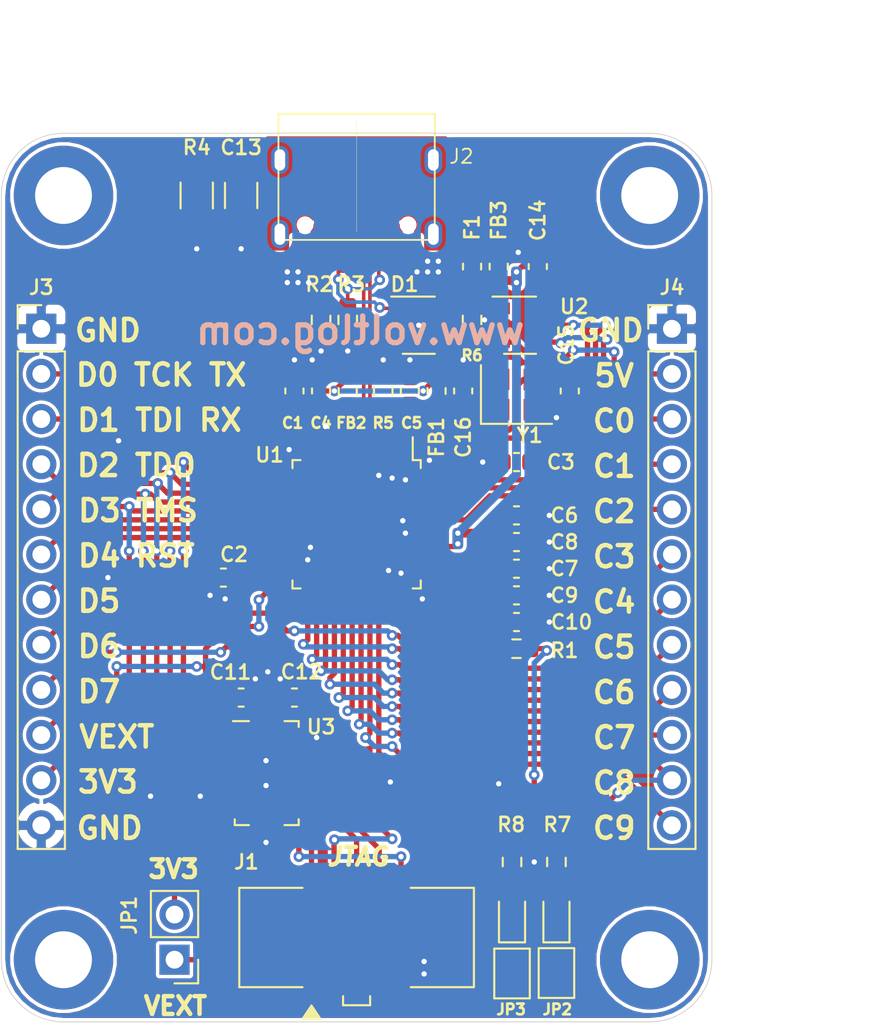
<source format=kicad_pcb>
(kicad_pcb (version 20171130) (host pcbnew "(5.1.8)-1")
  (layers (0 F.Cu signal) (31 B.Cu signal) (34 B.Paste user) (35 F.Paste user) (36 B.SilkS user) (37 F.SilkS user) (38 B.Mask user) (39 F.Mask user) (44 Edge.Cuts user))
  (net 0 "")
  (net 1 GND)
  (net 2 +3V3)
  (net 3 /VPLL)
  (net 4 /VPHY)
  (net 5 /+5V)
  (net 6 /+1V8)
  (net 7 /VCCA)
  (net 8 /VEXT)
  (net 9 "Net-(C13-Pad1)")
  (net 10 "Net-(C15-Pad1)")
  (net 11 "Net-(C16-Pad1)")
  (net 12 /VBUS)
  (net 13 /DM)
  (net 14 /DP)
  (net 15 "Net-(D2-Pad2)")
  (net 16 "Net-(D2-Pad1)")
  (net 17 "Net-(D3-Pad2)")
  (net 18 "Net-(D3-Pad1)")
  (net 19 "Net-(F1-Pad1)")
  (net 20 /_ADBUS4)
  (net 21 /_ADBUS1)
  (net 22 "Net-(J1-Pad7)")
  (net 23 /_ADBUS2)
  (net 24 /_ADBUS0)
  (net 25 /_ADBUS3)
  (net 26 "Net-(J2-PadB8)")
  (net 27 /CC1)
  (net 28 /CC2)
  (net 29 "Net-(J2-PadA8)")
  (net 30 /ADBUS7)
  (net 31 /ADBUS6)
  (net 32 /ADBUS5)
  (net 33 /ADBUS4)
  (net 34 /ADBUS3)
  (net 35 /ADBUS2)
  (net 36 /ADBUS1)
  (net 37 /ADBUS0)
  (net 38 /ACBUS9)
  (net 39 /ACBUS8)
  (net 40 /ACBUS7)
  (net 41 /ACBUS6)
  (net 42 /ACBUS5)
  (net 43 /ACBUS4)
  (net 44 /ACBUS3)
  (net 45 /ACBUS2)
  (net 46 /ACBUS1)
  (net 47 /ACBUS0)
  (net 48 /~RST)
  (net 49 "Net-(R5-Pad1)")
  (net 50 /EE_DI)
  (net 51 "Net-(R6-Pad1)")
  (net 52 /EE_CS)
  (net 53 /EE_CLK)
  (module voltlog:Texas_PVQFN-N24 (layer F.Cu) (at 145.44 97)
    (fp_text reference U3 (at 3.06 -2.1) (layer F.SilkS) (effects (font (size 0.8 0.8))))
    (fp_text value SN74AVC8T245RHL)
    (pad 23 smd roundrect (at 1.65 -1.75) (size 0.6 0.24) (layers F.Cu F.Paste F.Mask) (roundrect_rratio 0.21) (net 8 /VEXT))
    (pad 22 smd roundrect (at 1.65 -1.25) (size 0.6 0.24) (layers F.Cu F.Paste F.Mask) (roundrect_rratio 0.21) (net 1 GND))
    (pad 11 smd roundrect (at -1.65 2.75) (size 0.6 0.24) (layers F.Cu F.Paste F.Mask) (roundrect_rratio 0.21) (net 1 GND))
    (pad 10 smd roundrect (at -1.65 2.25) (size 0.6 0.24) (layers F.Cu F.Paste F.Mask) (roundrect_rratio 0.21) (net 1 GND))
    (pad 25 smd roundrect (at 0.275 3.15) (size 0.2 0.6) (layers F.Cu F.Paste F.Mask) (net 1 GND))
    (pad 25 smd roundrect (at -0.275 3.15) (size 0.2 0.6) (layers F.Cu F.Paste F.Mask) (net 1 GND))
    (pad 25 smd roundrect (at 0.275 -2.15) (size 0.2 0.6) (layers F.Cu F.Paste F.Mask) (net 1 GND))
    (pad 25 smd roundrect (at -0.275 -2.15) (size 0.2 0.6) (layers F.Cu F.Paste F.Mask) (net 1 GND))
    (pad 24 smd roundrect (at 0.75 -2.15) (size 0.24 0.6) (layers F.Cu F.Paste F.Mask) (roundrect_rratio 0.21) (net 8 /VEXT))
    (pad 21 smd roundrect (at 1.65 -0.75) (size 0.6 0.24) (layers F.Cu F.Paste F.Mask) (roundrect_rratio 0.21) (net 24 /_ADBUS0))
    (pad 20 smd roundrect (at 1.65 -0.25) (size 0.6 0.24) (layers F.Cu F.Paste F.Mask) (roundrect_rratio 0.21) (net 21 /_ADBUS1))
    (pad 19 smd roundrect (at 1.65 0.25) (size 0.6 0.24) (layers F.Cu F.Paste F.Mask) (roundrect_rratio 0.21) (net 23 /_ADBUS2))
    (pad 18 smd roundrect (at 1.65 0.75) (size 0.6 0.24) (layers F.Cu F.Paste F.Mask) (roundrect_rratio 0.21) (net 25 /_ADBUS3))
    (pad 17 smd roundrect (at 1.65 1.25) (size 0.6 0.24) (layers F.Cu F.Paste F.Mask) (roundrect_rratio 0.21) (net 20 /_ADBUS4))
    (pad 16 smd roundrect (at 1.65 1.75) (size 0.6 0.24) (layers F.Cu F.Paste F.Mask) (roundrect_rratio 0.21) (net 1 GND))
    (pad 15 smd roundrect (at 1.65 2.25) (size 0.6 0.24) (layers F.Cu F.Paste F.Mask) (roundrect_rratio 0.21) (net 1 GND))
    (pad 14 smd roundrect (at 1.65 2.75) (size 0.6 0.24) (layers F.Cu F.Paste F.Mask) (roundrect_rratio 0.21) (net 1 GND))
    (pad 13 smd roundrect (at 0.75 3.15) (size 0.24 0.6) (layers F.Cu F.Paste F.Mask) (roundrect_rratio 0.21) (net 1 GND))
    (pad 12 smd roundrect (at -0.75 3.15) (size 0.24 0.6) (layers F.Cu F.Paste F.Mask) (roundrect_rratio 0.21) (net 1 GND))
    (pad 9 smd roundrect (at -1.65 1.75) (size 0.6 0.24) (layers F.Cu F.Paste F.Mask) (roundrect_rratio 0.21) (net 1 GND))
    (pad 8 smd roundrect (at -1.65 1.25) (size 0.6 0.24) (layers F.Cu F.Paste F.Mask) (roundrect_rratio 0.21) (net 1 GND))
    (pad 7 smd roundrect (at -1.65 0.75) (size 0.6 0.24) (layers F.Cu F.Paste F.Mask) (roundrect_rratio 0.21) (net 33 /ADBUS4))
    (pad 6 smd roundrect (at -1.65 0.25) (size 0.6 0.24) (layers F.Cu F.Paste F.Mask) (roundrect_rratio 0.21) (net 34 /ADBUS3))
    (pad 5 smd roundrect (at -1.65 -0.25) (size 0.6 0.24) (layers F.Cu F.Paste F.Mask) (roundrect_rratio 0.21) (net 35 /ADBUS2))
    (pad 4 smd roundrect (at -1.65 -0.75) (size 0.6 0.24) (layers F.Cu F.Paste F.Mask) (roundrect_rratio 0.21) (net 36 /ADBUS1))
    (pad 3 smd roundrect (at -1.65 -1.25) (size 0.6 0.24) (layers F.Cu F.Paste F.Mask) (roundrect_rratio 0.21) (net 37 /ADBUS0))
    (pad 2 smd roundrect (at -1.65 -1.75) (size 0.6 0.24) (layers F.Cu F.Paste F.Mask) (roundrect_rratio 0.21) (net 2 +3V3))
    (pad 1 smd roundrect (at -0.75 -2.15) (size 0.24 0.6) (layers F.Cu F.Paste F.Mask) (roundrect_rratio 0.21) (net 2 +3V3))
    (pad 25 smd custom (at 0 0.5) (size 1.524 1.524) (layers F.Cu F.Mask) (net 1 GND) (options (clearance outline) (anchor rect)) (primitives (gr_poly (pts (xy 1.025 2.025) (xy 1.025 -2.025) (xy 0.375 -2.025) (xy 0.375 -2.425) (xy -0.375 -2.425) (xy -0.375 -2.025) (xy -1.025 -2.025) (xy -1.025 2.025) (xy -0.375 2.025) (xy -0.375 2.425) (xy 0.375 2.425) (xy 0.375 2.025)) (width 0))))
  )
  (module Resistor_SMD:R_0603_1608Metric (layer F.Cu) (at 157 72 270)
    (fp_text reference R6 (at 2 0 180) (layer F.SilkS) (effects (font (size 0.6 0.6))))
    (fp_text value 2K)
    (pad 2 smd roundrect (at 0.825 0 270) (size 0.8 0.95) (layers F.Cu F.Paste F.Mask) (net 50 /EE_DI))
    (pad 1 smd roundrect (at -0.825 0 270) (size 0.8 0.95) (layers F.Cu F.Paste F.Mask) (net 51 "Net-(R6-Pad1)"))
  )
  (module voltlog:PinHeader_IDC_2x05_P1.27mm (layer F.Cu) (at 150.5 106.75)
    (fp_text reference J1 (at -6.2 -4.25) (layer F.SilkS) (effects (font (size 0.8 0.8))))
    (fp_text value JTAG)
    (pad 10 smd roundrect (at 2.54 -2.135) (size 0.6 2.6) (layers F.Cu F.Paste F.Mask) (net 20 /_ADBUS4))
    (pad 8 smd roundrect (at 1.27 -2.135) (size 0.6 2.6) (layers F.Cu F.Paste F.Mask) (net 21 /_ADBUS1))
    (pad 6 smd roundrect (at 0 -2.135) (size 0.6 2.6) (layers F.Cu F.Paste F.Mask) (net 23 /_ADBUS2))
    (pad 4 smd roundrect (at -1.27 -2.135) (size 0.6 2.6) (layers F.Cu F.Paste F.Mask) (net 24 /_ADBUS0))
    (pad 2 smd roundrect (at -2.54 -2.135) (size 0.6 2.6) (layers F.Cu F.Paste F.Mask) (net 25 /_ADBUS3))
    (pad 9 smd roundrect (at 2.54 2.065) (size 0.6 2.6) (layers F.Cu F.Paste F.Mask) (net 1 GND))
    (pad 7 smd roundrect (at 1.27 2.065) (size 0.6 2.6) (layers F.Cu F.Paste F.Mask) (net 22 "Net-(J1-Pad7)"))
    (pad 5 smd roundrect (at 0 2.065) (size 0.6 2.6) (layers F.Cu F.Paste F.Mask) (net 1 GND))
    (pad 3 smd roundrect (at -1.27 2.065) (size 0.6 2.6) (layers F.Cu F.Paste F.Mask) (net 1 GND))
    (pad 1 smd roundrect (at -2.54 2.065) (size 0.6 2.6) (layers F.Cu F.Paste F.Mask) (net 8 /VEXT))
  )
  (module Connector_PinHeader_2.54mm:PinHeader_1x12_P2.54mm_Vertical (layer F.Cu) (at 168.25 72.5)
    (fp_text reference J4 (at 0 -2.33) (layer F.SilkS) (effects (font (size 0.8 0.8))))
    (fp_text value Conn_01x12)
    (pad 12 thru_hole oval (at 0 27.94) (size 1.7 1.7) (drill 1) (layers *.Cu *.Mask) (net 38 /ACBUS9))
    (pad 11 thru_hole oval (at 0 25.4) (size 1.7 1.7) (drill 1) (layers *.Cu *.Mask) (net 39 /ACBUS8))
    (pad 10 thru_hole oval (at 0 22.86) (size 1.7 1.7) (drill 1) (layers *.Cu *.Mask) (net 40 /ACBUS7))
    (pad 9 thru_hole oval (at 0 20.32) (size 1.7 1.7) (drill 1) (layers *.Cu *.Mask) (net 41 /ACBUS6))
    (pad 8 thru_hole oval (at 0 17.78) (size 1.7 1.7) (drill 1) (layers *.Cu *.Mask) (net 42 /ACBUS5))
    (pad 7 thru_hole oval (at 0 15.24) (size 1.7 1.7) (drill 1) (layers *.Cu *.Mask) (net 43 /ACBUS4))
    (pad 6 thru_hole oval (at 0 12.7) (size 1.7 1.7) (drill 1) (layers *.Cu *.Mask) (net 44 /ACBUS3))
    (pad 5 thru_hole oval (at 0 10.16) (size 1.7 1.7) (drill 1) (layers *.Cu *.Mask) (net 45 /ACBUS2))
    (pad 4 thru_hole oval (at 0 7.62) (size 1.7 1.7) (drill 1) (layers *.Cu *.Mask) (net 46 /ACBUS1))
    (pad 3 thru_hole oval (at 0 5.08) (size 1.7 1.7) (drill 1) (layers *.Cu *.Mask) (net 47 /ACBUS0))
    (pad 2 thru_hole oval (at 0 2.54) (size 1.7 1.7) (drill 1) (layers *.Cu *.Mask) (net 5 /+5V))
    (pad 1 thru_hole rect (at 0 0) (size 1.7 1.7) (drill 1) (layers *.Cu *.Mask) (net 1 GND))
  )
  (module Connector_PinHeader_2.54mm:PinHeader_1x12_P2.54mm_Vertical (layer F.Cu) (at 132.75 72.5)
    (fp_text reference J3 (at 0 -2.33) (layer F.SilkS) (effects (font (size 0.8 0.8))))
    (fp_text value Conn_01x12)
    (pad 12 thru_hole oval (at 0 27.94) (size 1.7 1.7) (drill 1) (layers *.Cu *.Mask) (net 1 GND))
    (pad 11 thru_hole oval (at 0 25.4) (size 1.7 1.7) (drill 1) (layers *.Cu *.Mask) (net 2 +3V3))
    (pad 10 thru_hole oval (at 0 22.86) (size 1.7 1.7) (drill 1) (layers *.Cu *.Mask) (net 8 /VEXT))
    (pad 9 thru_hole oval (at 0 20.32) (size 1.7 1.7) (drill 1) (layers *.Cu *.Mask) (net 30 /ADBUS7))
    (pad 8 thru_hole oval (at 0 17.78) (size 1.7 1.7) (drill 1) (layers *.Cu *.Mask) (net 31 /ADBUS6))
    (pad 7 thru_hole oval (at 0 15.24) (size 1.7 1.7) (drill 1) (layers *.Cu *.Mask) (net 32 /ADBUS5))
    (pad 6 thru_hole oval (at 0 12.7) (size 1.7 1.7) (drill 1) (layers *.Cu *.Mask) (net 33 /ADBUS4))
    (pad 5 thru_hole oval (at 0 10.16) (size 1.7 1.7) (drill 1) (layers *.Cu *.Mask) (net 34 /ADBUS3))
    (pad 4 thru_hole oval (at 0 7.62) (size 1.7 1.7) (drill 1) (layers *.Cu *.Mask) (net 35 /ADBUS2))
    (pad 3 thru_hole oval (at 0 5.08) (size 1.7 1.7) (drill 1) (layers *.Cu *.Mask) (net 36 /ADBUS1))
    (pad 2 thru_hole oval (at 0 2.54) (size 1.7 1.7) (drill 1) (layers *.Cu *.Mask) (net 37 /ADBUS0))
    (pad 1 thru_hole rect (at 0 0) (size 1.7 1.7) (drill 1) (layers *.Cu *.Mask) (net 1 GND))
  )
  (module Crystal:Crystal_SMD_3225-4Pin_3.2x2.5mm (layer F.Cu) (at 159.5 76.2)
    (fp_text reference Y1 (at 0.75 2.3) (layer F.SilkS) (effects (font (size 0.8 0.8))))
    (fp_text value 12MHz)
    (pad 4 smd rect (at -1.1 -0.85) (size 1.4 1.2) (layers F.Cu F.Paste F.Mask) (net 1 GND))
    (pad 3 smd rect (at 1.1 -0.85) (size 1.4 1.2) (layers F.Cu F.Paste F.Mask) (net 10 "Net-(C15-Pad1)"))
    (pad 2 smd rect (at 1.1 0.85) (size 1.4 1.2) (layers F.Cu F.Paste F.Mask) (net 1 GND))
    (pad 1 smd rect (at -1.1 0.85) (size 1.4 1.2) (layers F.Cu F.Paste F.Mask) (net 11 "Net-(C16-Pad1)"))
  )
  (module voltlog:voltlog_mask_3mm (layer F.Cu) (at 142.9 70.8)
    (fp_text reference V1 hide)
    (fp_text value VOLTLOG_LOGO hide)
  )
  (module Package_TO_SOT_SMD:SOT-23-6 (layer F.Cu) (at 159.7 72.3)
    (fp_text reference U2 (at 3.05 -1.05) (layer F.SilkS) (effects (font (size 0.8 0.8))))
    (fp_text value 93LC56BT)
    (pad 5 smd rect (at 1.1 0) (size 1.06 0.65) (layers F.Cu F.Paste F.Mask) (net 52 /EE_CS))
    (pad 6 smd rect (at 1.1 -0.95) (size 1.06 0.65) (layers F.Cu F.Paste F.Mask) (net 2 +3V3))
    (pad 4 smd rect (at 1.1 0.95) (size 1.06 0.65) (layers F.Cu F.Paste F.Mask) (net 53 /EE_CLK))
    (pad 3 smd rect (at -1.1 0.95) (size 1.06 0.65) (layers F.Cu F.Paste F.Mask) (net 50 /EE_DI))
    (pad 2 smd rect (at -1.1 0) (size 1.06 0.65) (layers F.Cu F.Paste F.Mask) (net 1 GND))
    (pad 1 smd rect (at -1.1 -0.95) (size 1.06 0.65) (layers F.Cu F.Paste F.Mask) (net 51 "Net-(R6-Pad1)"))
  )
  (module Package_QFP:LQFP-48_7x7mm_P0.5mm (layer F.Cu) (at 150.5 83.5 270)
    (fp_text reference U1 (at -3.9 4.9 180) (layer F.SilkS) (effects (font (size 0.8 0.8))))
    (fp_text value FT232H)
    (pad 48 smd roundrect (at -2.75 -4.1625 270) (size 0.3 1.475) (layers F.Cu F.Paste F.Mask) (net 1 GND))
    (pad 47 smd roundrect (at -2.25 -4.1625 270) (size 0.3 1.475) (layers F.Cu F.Paste F.Mask) (net 1 GND))
    (pad 46 smd roundrect (at -1.75 -4.1625 270) (size 0.3 1.475) (layers F.Cu F.Paste F.Mask) (net 2 +3V3))
    (pad 45 smd roundrect (at -1.25 -4.1625 270) (size 0.3 1.475) (layers F.Cu F.Paste F.Mask) (net 52 /EE_CS))
    (pad 44 smd roundrect (at -0.75 -4.1625 270) (size 0.3 1.475) (layers F.Cu F.Paste F.Mask) (net 53 /EE_CLK))
    (pad 43 smd roundrect (at -0.25 -4.1625 270) (size 0.3 1.475) (layers F.Cu F.Paste F.Mask) (net 50 /EE_DI))
    (pad 42 smd roundrect (at 0.25 -4.1625 270) (size 0.3 1.475) (layers F.Cu F.Paste F.Mask) (net 1 GND))
    (pad 41 smd roundrect (at 0.75 -4.1625 270) (size 0.3 1.475) (layers F.Cu F.Paste F.Mask) (net 1 GND))
    (pad 40 smd roundrect (at 1.25 -4.1625 270) (size 0.3 1.475) (layers F.Cu F.Paste F.Mask) (net 5 /+5V))
    (pad 39 smd roundrect (at 1.75 -4.1625 270) (size 0.3 1.475) (layers F.Cu F.Paste F.Mask) (net 2 +3V3))
    (pad 38 smd roundrect (at 2.25 -4.1625 270) (size 0.3 1.475) (layers F.Cu F.Paste F.Mask) (net 6 /+1V8))
    (pad 37 smd roundrect (at 2.75 -4.1625 270) (size 0.3 1.475) (layers F.Cu F.Paste F.Mask) (net 7 /VCCA))
    (pad 36 smd roundrect (at 4.1625 -2.75 270) (size 1.475 0.3) (layers F.Cu F.Paste F.Mask) (net 1 GND))
    (pad 35 smd roundrect (at 4.1625 -2.25 270) (size 1.475 0.3) (layers F.Cu F.Paste F.Mask) (net 1 GND))
    (pad 34 smd roundrect (at 4.1625 -1.75 270) (size 1.475 0.3) (layers F.Cu F.Paste F.Mask) (net 48 /~RST))
    (pad 33 smd roundrect (at 4.1625 -1.25 270) (size 1.475 0.3) (layers F.Cu F.Paste F.Mask) (net 38 /ACBUS9))
    (pad 32 smd roundrect (at 4.1625 -0.75 270) (size 1.475 0.3) (layers F.Cu F.Paste F.Mask) (net 39 /ACBUS8))
    (pad 31 smd roundrect (at 4.1625 -0.25 270) (size 1.475 0.3) (layers F.Cu F.Paste F.Mask) (net 40 /ACBUS7))
    (pad 30 smd roundrect (at 4.1625 0.25 270) (size 1.475 0.3) (layers F.Cu F.Paste F.Mask) (net 41 /ACBUS6))
    (pad 29 smd roundrect (at 4.1625 0.75 270) (size 1.475 0.3) (layers F.Cu F.Paste F.Mask) (net 42 /ACBUS5))
    (pad 28 smd roundrect (at 4.1625 1.25 270) (size 1.475 0.3) (layers F.Cu F.Paste F.Mask) (net 43 /ACBUS4))
    (pad 27 smd roundrect (at 4.1625 1.75 270) (size 1.475 0.3) (layers F.Cu F.Paste F.Mask) (net 44 /ACBUS3))
    (pad 26 smd roundrect (at 4.1625 2.25 270) (size 1.475 0.3) (layers F.Cu F.Paste F.Mask) (net 45 /ACBUS2))
    (pad 25 smd roundrect (at 4.1625 2.75 270) (size 1.475 0.3) (layers F.Cu F.Paste F.Mask) (net 46 /ACBUS1))
    (pad 24 smd roundrect (at 2.75 4.1625 270) (size 0.3 1.475) (layers F.Cu F.Paste F.Mask) (net 2 +3V3))
    (pad 23 smd roundrect (at 2.25 4.1625 270) (size 0.3 1.475) (layers F.Cu F.Paste F.Mask) (net 1 GND))
    (pad 22 smd roundrect (at 1.75 4.1625 270) (size 0.3 1.475) (layers F.Cu F.Paste F.Mask) (net 1 GND))
    (pad 21 smd roundrect (at 1.25 4.1625 270) (size 0.3 1.475) (layers F.Cu F.Paste F.Mask) (net 47 /ACBUS0))
    (pad 20 smd roundrect (at 0.75 4.1625 270) (size 0.3 1.475) (layers F.Cu F.Paste F.Mask) (net 30 /ADBUS7))
    (pad 19 smd roundrect (at 0.25 4.1625 270) (size 0.3 1.475) (layers F.Cu F.Paste F.Mask) (net 31 /ADBUS6))
    (pad 18 smd roundrect (at -0.25 4.1625 270) (size 0.3 1.475) (layers F.Cu F.Paste F.Mask) (net 32 /ADBUS5))
    (pad 17 smd roundrect (at -0.75 4.1625 270) (size 0.3 1.475) (layers F.Cu F.Paste F.Mask) (net 33 /ADBUS4))
    (pad 16 smd roundrect (at -1.25 4.1625 270) (size 0.3 1.475) (layers F.Cu F.Paste F.Mask) (net 34 /ADBUS3))
    (pad 15 smd roundrect (at -1.75 4.1625 270) (size 0.3 1.475) (layers F.Cu F.Paste F.Mask) (net 35 /ADBUS2))
    (pad 14 smd roundrect (at -2.25 4.1625 270) (size 0.3 1.475) (layers F.Cu F.Paste F.Mask) (net 36 /ADBUS1))
    (pad 13 smd roundrect (at -2.75 4.1625 270) (size 0.3 1.475) (layers F.Cu F.Paste F.Mask) (net 37 /ADBUS0))
    (pad 12 smd roundrect (at -4.1625 2.75 270) (size 1.475 0.3) (layers F.Cu F.Paste F.Mask) (net 2 +3V3))
    (pad 11 smd roundrect (at -4.1625 2.25 270) (size 1.475 0.3) (layers F.Cu F.Paste F.Mask) (net 1 GND))
    (pad 10 smd roundrect (at -4.1625 1.75 270) (size 1.475 0.3) (layers F.Cu F.Paste F.Mask) (net 1 GND))
    (pad 9 smd roundrect (at -4.1625 1.25 270) (size 1.475 0.3) (layers F.Cu F.Paste F.Mask) (net 1 GND))
    (pad 8 smd roundrect (at -4.1625 0.75 270) (size 1.475 0.3) (layers F.Cu F.Paste F.Mask) (net 3 /VPLL))
    (pad 7 smd roundrect (at -4.1625 0.25 270) (size 1.475 0.3) (layers F.Cu F.Paste F.Mask) (net 14 /DP))
    (pad 6 smd roundrect (at -4.1625 -0.25 270) (size 1.475 0.3) (layers F.Cu F.Paste F.Mask) (net 13 /DM))
    (pad 5 smd roundrect (at -4.1625 -0.75 270) (size 1.475 0.3) (layers F.Cu F.Paste F.Mask) (net 49 "Net-(R5-Pad1)"))
    (pad 4 smd roundrect (at -4.1625 -1.25 270) (size 1.475 0.3) (layers F.Cu F.Paste F.Mask) (net 1 GND))
    (pad 3 smd roundrect (at -4.1625 -1.75 270) (size 1.475 0.3) (layers F.Cu F.Paste F.Mask) (net 4 /VPHY))
    (pad 2 smd roundrect (at -4.1625 -2.25 270) (size 1.475 0.3) (layers F.Cu F.Paste F.Mask) (net 11 "Net-(C16-Pad1)"))
    (pad 1 smd roundrect (at -4.1625 -2.75 270) (size 1.475 0.3) (layers F.Cu F.Paste F.Mask) (net 10 "Net-(C15-Pad1)"))
  )
  (module Resistor_SMD:R_0603_1608Metric (layer F.Cu) (at 159.25 102.5 90)
    (fp_text reference R8 (at 2.1 -0.05 180) (layer F.SilkS) (effects (font (size 0.8 0.8))))
    (fp_text value 1K)
    (pad 2 smd roundrect (at 0.825 0 90) (size 0.8 0.95) (layers F.Cu F.Paste F.Mask) (net 2 +3V3))
    (pad 1 smd roundrect (at -0.825 0 90) (size 0.8 0.95) (layers F.Cu F.Paste F.Mask) (net 17 "Net-(D3-Pad2)"))
  )
  (module Resistor_SMD:R_0603_1608Metric (layer F.Cu) (at 161.75 102.5 90)
    (fp_text reference R7 (at 2.1 0.05 180) (layer F.SilkS) (effects (font (size 0.8 0.8))))
    (fp_text value 1K)
    (pad 2 smd roundrect (at 0.825 0 90) (size 0.8 0.95) (layers F.Cu F.Paste F.Mask) (net 2 +3V3))
    (pad 1 smd roundrect (at -0.825 0 90) (size 0.8 0.95) (layers F.Cu F.Paste F.Mask) (net 15 "Net-(D2-Pad2)"))
  )
  (module Resistor_SMD:R_0603_1608Metric (layer F.Cu) (at 152 76 90)
    (fp_text reference R5 (at -1.8 0 180) (layer F.SilkS) (effects (font (size 0.6 0.6))))
    (fp_text value 12K)
    (pad 2 smd roundrect (at 0.825 0 90) (size 0.8 0.95) (layers F.Cu F.Paste F.Mask) (net 1 GND))
    (pad 1 smd roundrect (at -0.825 0 90) (size 0.8 0.95) (layers F.Cu F.Paste F.Mask) (net 49 "Net-(R5-Pad1)"))
  )
  (module Resistor_SMD:R_1206_3216Metric (layer F.Cu) (at 141.5 65 270)
    (fp_text reference R4 (at -2.7 0 180) (layer F.SilkS) (effects (font (size 0.8 0.8))))
    (fp_text value 1M)
    (pad 2 smd roundrect (at 1.4625 0 270) (size 1.125 1.75) (layers F.Cu F.Paste F.Mask) (roundrect_rratio 0.222222) (net 1 GND))
    (pad 1 smd roundrect (at -1.4625 0 270) (size 1.125 1.75) (layers F.Cu F.Paste F.Mask) (roundrect_rratio 0.222222) (net 9 "Net-(C13-Pad1)"))
  )
  (module Resistor_SMD:R_0603_1608Metric (layer F.Cu) (at 150 72 270)
    (fp_text reference R3 (at -2 -0.2 180) (layer F.SilkS) (effects (font (size 0.8 0.8))))
    (fp_text value 5K1)
    (pad 2 smd roundrect (at 0.825 0 270) (size 0.8 0.95) (layers F.Cu F.Paste F.Mask) (net 1 GND))
    (pad 1 smd roundrect (at -0.825 0 270) (size 0.8 0.95) (layers F.Cu F.Paste F.Mask) (net 27 /CC1))
  )
  (module Resistor_SMD:R_0603_1608Metric (layer F.Cu) (at 148.5 72 270)
    (fp_text reference R2 (at -2 0.1 180) (layer F.SilkS) (effects (font (size 0.8 0.8))))
    (fp_text value 5K1)
    (pad 2 smd roundrect (at 0.825 0 270) (size 0.8 0.95) (layers F.Cu F.Paste F.Mask) (net 1 GND))
    (pad 1 smd roundrect (at -0.825 0 270) (size 0.8 0.95) (layers F.Cu F.Paste F.Mask) (net 28 /CC2))
  )
  (module Resistor_SMD:R_0603_1608Metric (layer F.Cu) (at 159.5 90.5)
    (fp_text reference R1 (at 2.7 0.1) (layer F.SilkS) (effects (font (size 0.8 0.8))))
    (fp_text value 12K)
    (pad 2 smd roundrect (at 0.825 0) (size 0.8 0.95) (layers F.Cu F.Paste F.Mask) (net 2 +3V3))
    (pad 1 smd roundrect (at -0.825 0) (size 0.8 0.95) (layers F.Cu F.Paste F.Mask) (net 48 /~RST))
  )
  (module Jumper:SolderJumper-2_P1.3mm_Open_TrianglePad1.0x1.5mm (layer F.Cu) (at 159.25 108.775 270)
    (fp_text reference JP3 (at 2.025 0.05 180) (layer F.SilkS) (effects (font (size 0.6 0.6))))
    (fp_text value NC)
    (pad 1 smd custom (at -0.725 0 270) (size 0.3 0.3) (layers F.Cu F.Mask) (net 18 "Net-(D3-Pad1)") (options (clearance outline) (anchor rect)) (primitives (gr_poly (pts (xy -0.5 -0.75) (xy 0.5 -0.75) (xy 1 0) (xy 0.5 0.75) (xy -0.5 0.75)) (width 0))))
    (pad 2 smd custom (at 0.725 0 270) (size 0.3 0.3) (layers F.Cu F.Mask) (net 38 /ACBUS9) (options (clearance outline) (anchor rect)) (primitives (gr_poly (pts (xy -0.65 -0.75) (xy 0.5 -0.75) (xy 0.5 0.75) (xy -0.65 0.75) (xy -0.15 0)) (width 0))))
  )
  (module Jumper:SolderJumper-2_P1.3mm_Open_TrianglePad1.0x1.5mm (layer F.Cu) (at 161.75 108.75 270)
    (fp_text reference JP2 (at 2.05 -0.05 180) (layer F.SilkS) (effects (font (size 0.6 0.6))))
    (fp_text value NC)
    (pad 1 smd custom (at -0.725 0 270) (size 0.3 0.3) (layers F.Cu F.Mask) (net 16 "Net-(D2-Pad1)") (options (clearance outline) (anchor rect)) (primitives (gr_poly (pts (xy -0.5 -0.75) (xy 0.5 -0.75) (xy 1 0) (xy 0.5 0.75) (xy -0.5 0.75)) (width 0))))
    (pad 2 smd custom (at 0.725 0 270) (size 0.3 0.3) (layers F.Cu F.Mask) (net 39 /ACBUS8) (options (clearance outline) (anchor rect)) (primitives (gr_poly (pts (xy -0.65 -0.75) (xy 0.5 -0.75) (xy 0.5 0.75) (xy -0.65 0.75) (xy -0.15 0)) (width 0))))
  )
  (module Connector_PinHeader_2.54mm:PinHeader_1x02_P2.54mm_Vertical (layer F.Cu) (at 140.25 108 180)
    (fp_text reference JP1 (at 2.55 2.5 90) (layer F.SilkS) (effects (font (size 0.8 0.8))))
    (fp_text value NO)
    (pad 2 thru_hole oval (at 0 2.54 180) (size 1.7 1.7) (drill 1) (layers *.Cu *.Mask) (net 2 +3V3))
    (pad 1 thru_hole rect (at 0 0 180) (size 1.7 1.7) (drill 1) (layers *.Cu *.Mask) (net 8 /VEXT))
  )
  (module voltlog:TYPE-C-31-M-12 (layer F.Cu) (at 150.5 63 180)
    (fp_text reference J2 (at -5.9 0.2) (layer F.SilkS) (effects (font (size 0.8 0.8) (thickness 0.1))))
    (fp_text value USB_C_Receptacle_USB2.0)
    (pad "" np_thru_hole circle (at 2.9 -3.65 180) (size 0.65 0.65) (drill 0.65) (layers *.Cu *.Mask) (clearance 0.01))
    (pad "" np_thru_hole circle (at -2.9 -3.65 180) (size 0.65 0.65) (drill 0.65) (layers *.Cu *.Mask) (clearance 0.01))
    (pad A1 smd rect (at -3.4 -5.1 180) (size 0.3 1.45) (layers F.Cu F.Paste F.Mask) (net 1 GND))
    (pad A4 smd rect (at -2.6 -5.1 180) (size 0.3 1.45) (layers F.Cu F.Paste F.Mask) (net 12 /VBUS))
    (pad B8 smd rect (at -1.75 -5.1 180) (size 0.3 1.45) (layers F.Cu F.Paste F.Mask) (net 26 "Net-(J2-PadB8)"))
    (pad S1 thru_hole roundrect (at -4.32 0 180) (size 1 1.6) (drill oval 0.6 1.2) (layers *.Cu *.Mask) (roundrect_rratio 0.5) (net 9 "Net-(C13-Pad1)"))
    (pad S1 thru_hole roundrect (at 4.32 0 180) (size 1 1.6) (drill oval 0.6 1.2) (layers *.Cu *.Mask) (roundrect_rratio 0.5) (net 9 "Net-(C13-Pad1)"))
    (pad S1 thru_hole roundrect (at 4.32 -4.18 180) (size 1 1.6) (drill oval 0.6 1.2) (layers *.Cu *.Mask) (roundrect_rratio 0.5) (net 9 "Net-(C13-Pad1)"))
    (pad S1 thru_hole roundrect (at -4.32 -4.18 180) (size 1 1.6) (drill oval 0.6 1.2) (layers *.Cu *.Mask) (roundrect_rratio 0.5) (net 9 "Net-(C13-Pad1)"))
    (pad B12 smd rect (at -3.1 -5.1 180) (size 0.3 1.45) (layers F.Cu F.Paste F.Mask) (net 1 GND))
    (pad B9 smd rect (at -2.3 -5.1 180) (size 0.3 1.45) (layers F.Cu F.Paste F.Mask) (net 12 /VBUS))
    (pad A5 smd rect (at -1.25 -5.1 180) (size 0.3 1.45) (layers F.Cu F.Paste F.Mask) (net 27 /CC1))
    (pad B5 smd rect (at 1.75 -5.1 180) (size 0.3 1.45) (layers F.Cu F.Paste F.Mask) (net 28 /CC2))
    (pad A9 smd rect (at 2.6 -5.1 180) (size 0.3 1.45) (layers F.Cu F.Paste F.Mask) (net 12 /VBUS))
    (pad A12 smd rect (at 3.4 -5.1 180) (size 0.3 1.45) (layers F.Cu F.Paste F.Mask) (net 1 GND))
    (pad B1 smd rect (at 3.1 -5.1 180) (size 0.3 1.45) (layers F.Cu F.Paste F.Mask) (net 1 GND))
    (pad B4 smd rect (at 2.3 -5.1 180) (size 0.3 1.45) (layers F.Cu F.Paste F.Mask) (net 12 /VBUS))
    (pad A8 smd rect (at 1.25 -5.1 180) (size 0.3 1.45) (layers F.Cu F.Paste F.Mask) (net 29 "Net-(J2-PadA8)"))
    (pad B6 smd rect (at 0.75 -5.1 180) (size 0.3 1.45) (layers F.Cu F.Paste F.Mask) (net 14 /DP))
    (pad A7 smd rect (at 0.25 -5.1 180) (size 0.3 1.45) (layers F.Cu F.Paste F.Mask) (net 13 /DM))
    (pad A6 smd rect (at -0.25 -5.1 180) (size 0.3 1.45) (layers F.Cu F.Paste F.Mask) (net 14 /DP))
    (pad B7 smd rect (at -0.75 -5.1 180) (size 0.3 1.45) (layers F.Cu F.Paste F.Mask) (net 13 /DM))
  )
  (module MountingHole:MountingHole_3.2mm_M3_DIN965_Pad (layer F.Cu) (at 134 108)
    (fp_text reference H4 hide)
    (fp_text value MountingHole)
    (pad 1 thru_hole circle (at 0 0) (size 5.6 5.6) (drill 3.2) (layers *.Cu *.Mask))
  )
  (module MountingHole:MountingHole_3.2mm_M3_DIN965_Pad (layer F.Cu) (at 167 108)
    (fp_text reference H3 hide)
    (fp_text value MountingHole)
    (pad 1 thru_hole circle (at 0 0) (size 5.6 5.6) (drill 3.2) (layers *.Cu *.Mask))
  )
  (module MountingHole:MountingHole_3.2mm_M3_DIN965_Pad (layer F.Cu) (at 167 65)
    (fp_text reference H2 hide)
    (fp_text value MountingHole)
    (pad 1 thru_hole circle (at 0 0) (size 5.6 5.6) (drill 3.2) (layers *.Cu *.Mask))
  )
  (module MountingHole:MountingHole_3.2mm_M3_DIN965_Pad (layer F.Cu) (at 134 65)
    (fp_text reference H1 hide)
    (fp_text value MountingHole)
    (pad 1 thru_hole circle (at 0 0) (size 5.6 5.6) (drill 3.2) (layers *.Cu *.Mask))
  )
  (module Fiducial:Fiducial_0.5mm_Mask1mm (layer F.Cu) (at 169.4 104.4)
    (fp_text reference FID3 hide)
    (fp_text value Fiducial)
    (pad "" smd circle (at 0 0) (size 0.5 0.5) (layers F.Cu F.Mask) (clearance 0.25))
  )
  (module Fiducial:Fiducial_0.5mm_Mask1mm (layer F.Cu) (at 165.3 68.9)
    (fp_text reference FID2 hide)
    (fp_text value Fiducial)
    (pad "" smd circle (at 0 0) (size 0.5 0.5) (layers F.Cu F.Mask) (clearance 0.25))
  )
  (module Fiducial:Fiducial_0.5mm_Mask1mm (layer F.Cu) (at 138.2 63)
    (fp_text reference FID1 hide)
    (fp_text value Fiducial)
    (pad "" smd circle (at 0 0) (size 0.5 0.5) (layers F.Cu F.Mask) (clearance 0.25))
  )
  (module Inductor_SMD:L_0603_1608Metric (layer F.Cu) (at 158.5 69 90)
    (fp_text reference FB3 (at 2.6 0 90) (layer F.SilkS) (effects (font (size 0.8 0.8))))
    (fp_text value 600R)
    (pad 2 smd roundrect (at 0.7875 0 90) (size 0.875 0.95) (layers F.Cu F.Paste F.Mask) (net 19 "Net-(F1-Pad1)"))
    (pad 1 smd roundrect (at -0.7875 0 90) (size 0.875 0.95) (layers F.Cu F.Paste F.Mask) (net 5 /+5V))
  )
  (module Inductor_SMD:L_0603_1608Metric (layer F.Cu) (at 150 76 90)
    (fp_text reference FB2 (at -1.8 0.2) (layer F.SilkS) (effects (font (size 0.6 0.6))))
    (fp_text value 600R)
    (pad 2 smd roundrect (at 0.7875 0 90) (size 0.875 0.95) (layers F.Cu F.Paste F.Mask) (net 2 +3V3))
    (pad 1 smd roundrect (at -0.7875 0 90) (size 0.875 0.95) (layers F.Cu F.Paste F.Mask) (net 3 /VPLL))
  )
  (module Inductor_SMD:L_0603_1608Metric (layer F.Cu) (at 155 76 90)
    (fp_text reference FB1 (at -2.6 0 90) (layer F.SilkS) (effects (font (size 0.8 0.8))))
    (fp_text value 600R)
    (pad 2 smd roundrect (at 0.7875 0 90) (size 0.875 0.95) (layers F.Cu F.Paste F.Mask) (net 2 +3V3))
    (pad 1 smd roundrect (at -0.7875 0 90) (size 0.875 0.95) (layers F.Cu F.Paste F.Mask) (net 4 /VPHY))
  )
  (module Fuse:Fuse_0603_1608Metric (layer F.Cu) (at 157 69 270)
    (fp_text reference F1 (at -2.2 0 90) (layer F.SilkS) (effects (font (size 0.8 0.8))))
    (fp_text value 0.5A)
    (pad 2 smd roundrect (at 0.7875 0 270) (size 0.875 0.95) (layers F.Cu F.Paste F.Mask) (net 12 /VBUS))
    (pad 1 smd roundrect (at -0.7875 0 270) (size 0.875 0.95) (layers F.Cu F.Paste F.Mask) (net 19 "Net-(F1-Pad1)"))
  )
  (module LED_SMD:LED_0603_1608Metric (layer F.Cu) (at 159.25 105.5375 90)
    (fp_text reference D3 hide)
    (fp_text value Green)
    (pad 2 smd roundrect (at 0.7875 0 90) (size 0.875 0.95) (layers F.Cu F.Paste F.Mask) (net 17 "Net-(D3-Pad2)"))
    (pad 1 smd roundrect (at -0.7875 0 90) (size 0.875 0.95) (layers F.Cu F.Paste F.Mask) (net 18 "Net-(D3-Pad1)"))
  )
  (module LED_SMD:LED_0603_1608Metric (layer F.Cu) (at 161.75 105.5375 90)
    (fp_text reference D2 hide)
    (fp_text value Red)
    (pad 2 smd roundrect (at 0.7875 0 90) (size 0.875 0.95) (layers F.Cu F.Paste F.Mask) (net 15 "Net-(D2-Pad2)"))
    (pad 1 smd roundrect (at -0.7875 0 90) (size 0.875 0.95) (layers F.Cu F.Paste F.Mask) (net 16 "Net-(D2-Pad1)"))
  )
  (module Package_TO_SOT_SMD:SOT-23-5 (layer F.Cu) (at 154 72.3)
    (fp_text reference D1 (at -0.8 -2.3) (layer F.SilkS) (effects (font (size 0.8 0.8))))
    (fp_text value SP0504BAHT)
    (pad 5 smd rect (at 1.1 -0.95) (size 1.06 0.65) (layers F.Cu F.Paste F.Mask) (net 12 /VBUS))
    (pad 4 smd rect (at 1.1 0.95) (size 1.06 0.65) (layers F.Cu F.Paste F.Mask) (net 12 /VBUS))
    (pad 3 smd rect (at -1.1 0.95) (size 1.06 0.65) (layers F.Cu F.Paste F.Mask) (net 13 /DM))
    (pad 2 smd rect (at -1.1 0) (size 1.06 0.65) (layers F.Cu F.Paste F.Mask) (net 1 GND))
    (pad 1 smd rect (at -1.1 -0.95) (size 1.06 0.65) (layers F.Cu F.Paste F.Mask) (net 14 /DP))
  )
  (module Capacitor_SMD:C_0603_1608Metric (layer F.Cu) (at 156.5 76 90)
    (fp_text reference C16 (at -2.6 0 90) (layer F.SilkS) (effects (font (size 0.8 0.8))))
    (fp_text value 20pF)
    (pad 2 smd roundrect (at 0.775 0 90) (size 0.9 0.95) (layers F.Cu F.Paste F.Mask) (net 1 GND))
    (pad 1 smd roundrect (at -0.775 0 90) (size 0.9 0.95) (layers F.Cu F.Paste F.Mask) (net 11 "Net-(C16-Pad1)"))
  )
  (module Capacitor_SMD:C_0603_1608Metric (layer F.Cu) (at 162.5 76 270)
    (fp_text reference C15 (at -2.6 0.2 90) (layer F.SilkS) (effects (font (size 0.8 0.8))))
    (fp_text value 20pF)
    (pad 2 smd roundrect (at 0.775 0 270) (size 0.9 0.95) (layers F.Cu F.Paste F.Mask) (net 1 GND))
    (pad 1 smd roundrect (at -0.775 0 270) (size 0.9 0.95) (layers F.Cu F.Paste F.Mask) (net 10 "Net-(C15-Pad1)"))
  )
  (module Capacitor_SMD:C_0603_1608Metric (layer F.Cu) (at 160.7 69 90)
    (fp_text reference C14 (at 2.6 0 90) (layer F.SilkS) (effects (font (size 0.8 0.8))))
    (fp_text value 0.1uF)
    (pad 2 smd roundrect (at 0.775 0 90) (size 0.9 0.95) (layers F.Cu F.Paste F.Mask) (net 1 GND))
    (pad 1 smd roundrect (at -0.775 0 90) (size 0.9 0.95) (layers F.Cu F.Paste F.Mask) (net 2 +3V3))
  )
  (module Capacitor_SMD:C_1206_3216Metric (layer F.Cu) (at 144 65 270)
    (fp_text reference C13 (at -2.7 0 180) (layer F.SilkS) (effects (font (size 0.8 0.8))))
    (fp_text value 4.7nF)
    (pad 2 smd roundrect (at 1.475 0 270) (size 1.15 1.8) (layers F.Cu F.Paste F.Mask) (roundrect_rratio 0.217391) (net 1 GND))
    (pad 1 smd roundrect (at -1.475 0 270) (size 1.15 1.8) (layers F.Cu F.Paste F.Mask) (roundrect_rratio 0.217391) (net 9 "Net-(C13-Pad1)"))
  )
  (module Capacitor_SMD:C_0603_1608Metric (layer F.Cu) (at 147 93.25 180)
    (fp_text reference C12 (at -0.4 1.45) (layer F.SilkS) (effects (font (size 0.8 0.8))))
    (fp_text value 0.1uF)
    (pad 2 smd roundrect (at 0.775 0 180) (size 0.9 0.95) (layers F.Cu F.Paste F.Mask) (net 1 GND))
    (pad 1 smd roundrect (at -0.775 0 180) (size 0.9 0.95) (layers F.Cu F.Paste F.Mask) (net 8 /VEXT))
  )
  (module Capacitor_SMD:C_0603_1608Metric (layer F.Cu) (at 144 93.25)
    (fp_text reference C11 (at -0.6 -1.43) (layer F.SilkS) (effects (font (size 0.8 0.8))))
    (fp_text value 0.1uF)
    (pad 2 smd roundrect (at 0.775 0) (size 0.9 0.95) (layers F.Cu F.Paste F.Mask) (net 1 GND))
    (pad 1 smd roundrect (at -0.775 0) (size 0.9 0.95) (layers F.Cu F.Paste F.Mask) (net 2 +3V3))
  )
  (module Capacitor_SMD:C_0603_1608Metric (layer F.Cu) (at 159.5 89)
    (fp_text reference C10 (at 3.1 0) (layer F.SilkS) (effects (font (size 0.8 0.8))))
    (fp_text value 0.1uF)
    (pad 2 smd roundrect (at 0.775 0) (size 0.9 0.95) (layers F.Cu F.Paste F.Mask) (net 1 GND))
    (pad 1 smd roundrect (at -0.775 0) (size 0.9 0.95) (layers F.Cu F.Paste F.Mask) (net 7 /VCCA))
  )
  (module Capacitor_SMD:C_0603_1608Metric (layer F.Cu) (at 159.5 87.5)
    (fp_text reference C9 (at 2.7 0) (layer F.SilkS) (effects (font (size 0.8 0.8))))
    (fp_text value 0.1uF)
    (pad 2 smd roundrect (at 0.775 0) (size 0.9 0.95) (layers F.Cu F.Paste F.Mask) (net 1 GND))
    (pad 1 smd roundrect (at -0.775 0) (size 0.9 0.95) (layers F.Cu F.Paste F.Mask) (net 6 /+1V8))
  )
  (module Capacitor_SMD:C_0603_1608Metric (layer F.Cu) (at 159.5 84.5)
    (fp_text reference C8 (at 2.7 0) (layer F.SilkS) (effects (font (size 0.8 0.8))))
    (fp_text value 0.1uF)
    (pad 2 smd roundrect (at 0.775 0) (size 0.9 0.95) (layers F.Cu F.Paste F.Mask) (net 1 GND))
    (pad 1 smd roundrect (at -0.775 0) (size 0.9 0.95) (layers F.Cu F.Paste F.Mask) (net 2 +3V3))
  )
  (module Capacitor_SMD:C_0603_1608Metric (layer F.Cu) (at 159.5 86)
    (fp_text reference C7 (at 2.7 0) (layer F.SilkS) (effects (font (size 0.8 0.8))))
    (fp_text value 4.7uF)
    (pad 2 smd roundrect (at 0.775 0) (size 0.9 0.95) (layers F.Cu F.Paste F.Mask) (net 1 GND))
    (pad 1 smd roundrect (at -0.775 0) (size 0.9 0.95) (layers F.Cu F.Paste F.Mask) (net 2 +3V3))
  )
  (module Capacitor_SMD:C_0603_1608Metric (layer F.Cu) (at 159.5 83)
    (fp_text reference C6 (at 2.7 0) (layer F.SilkS) (effects (font (size 0.8 0.8))))
    (fp_text value 0.1uF)
    (pad 2 smd roundrect (at 0.775 0) (size 0.9 0.95) (layers F.Cu F.Paste F.Mask) (net 1 GND))
    (pad 1 smd roundrect (at -0.775 0) (size 0.9 0.95) (layers F.Cu F.Paste F.Mask) (net 5 /+5V))
  )
  (module Capacitor_SMD:C_0603_1608Metric (layer F.Cu) (at 153.5 76 90)
    (fp_text reference C5 (at -1.8 0.1 180) (layer F.SilkS) (effects (font (size 0.6 0.6))))
    (fp_text value 0.1uF)
    (pad 2 smd roundrect (at 0.775 0 90) (size 0.9 0.95) (layers F.Cu F.Paste F.Mask) (net 1 GND))
    (pad 1 smd roundrect (at -0.775 0 90) (size 0.9 0.95) (layers F.Cu F.Paste F.Mask) (net 4 /VPHY))
  )
  (module Capacitor_SMD:C_0603_1608Metric (layer F.Cu) (at 148.5 76 90)
    (fp_text reference C4 (at -1.8 0 180) (layer F.SilkS) (effects (font (size 0.6 0.6))))
    (fp_text value 0.1uF)
    (pad 2 smd roundrect (at 0.775 0 90) (size 0.9 0.95) (layers F.Cu F.Paste F.Mask) (net 1 GND))
    (pad 1 smd roundrect (at -0.775 0 90) (size 0.9 0.95) (layers F.Cu F.Paste F.Mask) (net 3 /VPLL))
  )
  (module Capacitor_SMD:C_0603_1608Metric (layer F.Cu) (at 159.5 80 180)
    (fp_text reference C3 (at -2.5 0) (layer F.SilkS) (effects (font (size 0.8 0.8))))
    (fp_text value 0.1uF)
    (pad 2 smd roundrect (at 0.775 0 180) (size 0.9 0.95) (layers F.Cu F.Paste F.Mask) (net 1 GND))
    (pad 1 smd roundrect (at -0.775 0 180) (size 0.9 0.95) (layers F.Cu F.Paste F.Mask) (net 2 +3V3))
  )
  (module Capacitor_SMD:C_0603_1608Metric (layer F.Cu) (at 143 86.5 180)
    (fp_text reference C2 (at -0.6 1.3) (layer F.SilkS) (effects (font (size 0.8 0.8))))
    (fp_text value 0.1uF)
    (pad 2 smd roundrect (at 0.775 0 180) (size 0.9 0.95) (layers F.Cu F.Paste F.Mask) (net 1 GND))
    (pad 1 smd roundrect (at -0.775 0 180) (size 0.9 0.95) (layers F.Cu F.Paste F.Mask) (net 2 +3V3))
  )
  (module Capacitor_SMD:C_0603_1608Metric (layer F.Cu) (at 147 76 90)
    (fp_text reference C1 (at -1.8 -0.1 180) (layer F.SilkS) (effects (font (size 0.6 0.6))))
    (fp_text value 0.1uF)
    (pad 2 smd roundrect (at 0.775 0 90) (size 0.9 0.95) (layers F.Cu F.Paste F.Mask) (net 1 GND))
    (pad 1 smd roundrect (at -0.775 0 90) (size 0.9 0.95) (layers F.Cu F.Paste F.Mask) (net 2 +3V3))
  )
  (gr_text www.voltlog.com (at 150.7 72.6) (layer B.SilkS) (effects (font (size 1.5 1.5) (thickness 0.3)) (justify mirror)))
  (gr_text JTAG (at 150.6 102.2) (layer F.SilkS) (effects (font (size 1 1) (thickness 0.25) italic)))
  (gr_text GND (at 136.5 72.6) (layer F.SilkS) (effects (font (size 1.2 1.2) (thickness 0.25))))
  (gr_text C8 (at 165 98.05454) (layer F.SilkS) (effects (font (size 1.2 1.2) (thickness 0.25))))
  (gr_text C7 (at 165 95.509086) (layer F.SilkS) (effects (font (size 1.2 1.2) (thickness 0.25))))
  (gr_text C9 (at 165 100.599994) (layer F.SilkS) (effects (font (size 1.2 1.2) (thickness 0.25))))
  (gr_text C6 (at 165 92.963632) (layer F.SilkS) (effects (font (size 1.2 1.2) (thickness 0.25))))
  (gr_text C2 (at 165 82.781816) (layer F.SilkS) (effects (font (size 1.2 1.2) (thickness 0.25))))
  (gr_text GND (at 164.8 72.6) (layer F.SilkS) (effects (font (size 1.2 1.2) (thickness 0.25))))
  (gr_text C5 (at 165 90.418178) (layer F.SilkS) (effects (font (size 1.2 1.2) (thickness 0.25))))
  (gr_text C3 (at 165 85.32727) (layer F.SilkS) (effects (font (size 1.2 1.2) (thickness 0.25))))
  (gr_text 5V (at 165 75.145454) (layer F.SilkS) (effects (font (size 1.2 1.2) (thickness 0.25))))
  (gr_text C4 (at 165 87.872724) (layer F.SilkS) (effects (font (size 1.2 1.2) (thickness 0.25))))
  (gr_text C1 (at 165 80.236362) (layer F.SilkS) (effects (font (size 1.2 1.2) (thickness 0.25))))
  (gr_text C0 (at 165 77.690908) (layer F.SilkS) (effects (font (size 1.2 1.2) (thickness 0.25))))
  (gr_text GND (at 136.6 100.6) (layer F.SilkS) (effects (font (size 1.2 1.2) (thickness 0.25))))
  (gr_text 3V3 (at 136.5 98) (layer F.SilkS) (effects (font (size 1.2 1.2) (thickness 0.25))))
  (gr_text VEXT (at 137 95.463632) (layer F.SilkS) (effects (font (size 1.2 1.2) (thickness 0.25))))
  (gr_text D7 (at 136 92.918178) (layer F.SilkS) (effects (font (size 1.2 1.2) (thickness 0.25))))
  (gr_text D6 (at 136 90.372724) (layer F.SilkS) (effects (font (size 1.2 1.2) (thickness 0.25))))
  (gr_text D5 (at 136 87.82727) (layer F.SilkS) (effects (font (size 1.2 1.2) (thickness 0.25))))
  (gr_text "D4 RST" (at 138.1 85.281816) (layer F.SilkS) (effects (font (size 1.2 1.2) (thickness 0.25))))
  (gr_text "D3 TMS" (at 138.2 82.736362) (layer F.SilkS) (effects (font (size 1.2 1.2) (thickness 0.25))))
  (gr_text "D2 TDO" (at 138.1 80.190908) (layer F.SilkS) (effects (font (size 1.2 1.2) (thickness 0.25))))
  (gr_text "D1 TDI RX" (at 139.4 77.645454) (layer F.SilkS) (effects (font (size 1.2 1.2) (thickness 0.25))))
  (gr_text "D0 TCK TX" (at 139.5 75.1) (layer F.SilkS) (effects (font (size 1.2 1.2) (thickness 0.25))))
  (gr_text VEXT (at 140.3 110.6) (layer F.SilkS) (effects (font (size 1 1) (thickness 0.25))))
  (gr_text 3V3 (at 140.2 102.9) (layer F.SilkS) (effects (font (size 1 1) (thickness 0.25))))
  (gr_arc (start 134 108) (end 130.5 108) (angle -90) (layer Edge.Cuts) (width 0.05))
  (gr_arc (start 167 65) (end 170.5 65) (angle -90) (layer Edge.Cuts) (width 0.05))
  (gr_arc (start 167 108) (end 167 111.5) (angle -90) (layer Edge.Cuts) (width 0.05))
  (gr_arc (start 134 65) (end 134 61.5) (angle -90) (layer Edge.Cuts) (width 0.05))
  (gr_line (start 130.5 108) (end 130.5 65) (layer Edge.Cuts) (width 0.05))
  (gr_line (start 167 111.5) (end 134 111.5) (layer Edge.Cuts) (width 0.05))
  (gr_line (start 170.5 65) (end 170.5 108) (layer Edge.Cuts) (width 0.05))
  (gr_line (start 134 61.5) (end 167 61.5) (layer Edge.Cuts) (width 0.05))
  (via (at 145.4 96.8) (size 0.6) (drill 0.3) (layers F.Cu B.Cu) (net 1))
  (via (at 145.4 98.2) (size 0.6) (drill 0.3) (layers F.Cu B.Cu) (net 1))
  (via (at 153.9 69.3) (size 0.6) (drill 0.3) (layers F.Cu B.Cu) (net 1))
  (via (at 154.5 69.3) (size 0.6) (drill 0.3) (layers F.Cu B.Cu) (net 1))
  (via (at 154.5 68.7) (size 0.6) (drill 0.3) (layers F.Cu B.Cu) (net 1))
  (via (at 155.1 68.7) (size 0.6) (drill 0.3) (layers F.Cu B.Cu) (net 1))
  (via (at 155.1 69.3) (size 0.6) (drill 0.3) (layers F.Cu B.Cu) (net 1))
  (via (at 147.8 69.9) (size 0.6) (drill 0.3) (layers F.Cu B.Cu) (net 1))
  (via (at 147.2 69.3) (size 0.6) (drill 0.3) (layers F.Cu B.Cu) (net 1))
  (via (at 146.6 69.3) (size 0.6) (drill 0.3) (layers F.Cu B.Cu) (net 1))
  (via (at 147.2 69.9) (size 0.6) (drill 0.3) (layers F.Cu B.Cu) (net 1))
  (via (at 146.6 69.9) (size 0.6) (drill 0.3) (layers F.Cu B.Cu) (net 1))
  (via (at 154 72.3) (size 0.6) (drill 0.3) (layers F.Cu B.Cu) (net 1))
  (segment (start 152.9 72.3) (end 154 72.3) (width 0.5) (layer F.Cu) (net 1))
  (via (at 148.5 73.75) (size 0.6) (drill 0.3) (layers F.Cu B.Cu) (net 1))
  (segment (start 148.5 72.825) (end 148.5 73.75) (width 0.2) (layer F.Cu) (net 1))
  (via (at 150 73.75) (size 0.6) (drill 0.3) (layers F.Cu B.Cu) (net 1))
  (segment (start 150 72.825) (end 150 73.75) (width 0.2) (layer F.Cu) (net 1))
  (via (at 151.75 80.75) (size 0.6) (drill 0.3) (layers F.Cu B.Cu) (net 1))
  (via (at 148 74.25) (size 0.6) (drill 0.3) (layers F.Cu B.Cu) (net 1))
  (segment (start 148.5 75.225) (end 148.5 74.75) (width 0.3) (layer F.Cu) (net 1))
  (segment (start 148.5 74.75) (end 148 74.25) (width 0.3) (layer F.Cu) (net 1))
  (segment (start 151.75 79.3375) (end 151.75 80.75) (width 0.3) (layer F.Cu) (net 1))
  (via (at 152 74.25) (size 0.6) (drill 0.3) (layers F.Cu B.Cu) (net 1))
  (segment (start 152 75.175) (end 152 74.25) (width 0.3) (layer F.Cu) (net 1))
  (via (at 153.5 74.25) (size 0.6) (drill 0.3) (layers F.Cu B.Cu) (net 1))
  (segment (start 153.5 75.225) (end 153.5 74.25) (width 0.3) (layer F.Cu) (net 1))
  (via (at 147 74.25) (size 0.6) (drill 0.3) (layers F.Cu B.Cu) (net 1))
  (segment (start 147 75.225) (end 147 74.25) (width 0.3) (layer F.Cu) (net 1))
  (via (at 148.75 78) (size 0.6) (drill 0.3) (layers F.Cu B.Cu) (net 1))
  (segment (start 148.25 79.3375) (end 148.25 78.5) (width 0.3) (layer F.Cu) (net 1))
  (segment (start 148.25 78.5) (end 148.75 78) (width 0.3) (layer F.Cu) (net 1))
  (segment (start 148.75 79.3375) (end 148.75 78) (width 0.3) (layer F.Cu) (net 1))
  (segment (start 149.25 78.5) (end 148.75 78) (width 0.3) (layer F.Cu) (net 1))
  (segment (start 149.25 79.3375) (end 149.25 78.5) (width 0.3) (layer F.Cu) (net 1))
  (via (at 147.75 85.5) (size 0.6) (drill 0.3) (layers F.Cu B.Cu) (net 1))
  (segment (start 146.3375 85.25) (end 147.5 85.25) (width 0.3) (layer F.Cu) (net 1))
  (segment (start 147.5 85.25) (end 147.75 85.5) (width 0.3) (layer F.Cu) (net 1))
  (segment (start 147.5 85.75) (end 147.75 85.5) (width 0.3) (layer F.Cu) (net 1))
  (segment (start 146.3375 85.75) (end 147.5 85.75) (width 0.3) (layer F.Cu) (net 1))
  (via (at 153 86.25) (size 0.6) (drill 0.3) (layers F.Cu B.Cu) (net 1))
  (segment (start 152.75 87.6625) (end 152.75 86.5) (width 0.3) (layer F.Cu) (net 1))
  (segment (start 152.75 86.5) (end 153 86.25) (width 0.3) (layer F.Cu) (net 1))
  (segment (start 153.25 86.5) (end 153 86.25) (width 0.3) (layer F.Cu) (net 1))
  (segment (start 153.25 87.6625) (end 153.25 86.5) (width 0.3) (layer F.Cu) (net 1))
  (via (at 153.25 84) (size 0.6) (drill 0.3) (layers F.Cu B.Cu) (net 1))
  (segment (start 154.6625 84.25) (end 153.5 84.25) (width 0.3) (layer F.Cu) (net 1))
  (segment (start 153.5 84.25) (end 153.25 84) (width 0.3) (layer F.Cu) (net 1))
  (segment (start 153.5 83.75) (end 153.25 84) (width 0.3) (layer F.Cu) (net 1))
  (segment (start 154.6625 83.75) (end 153.5 83.75) (width 0.3) (layer F.Cu) (net 1))
  (via (at 153.25 81) (size 0.6) (drill 0.3) (layers F.Cu B.Cu) (net 1))
  (segment (start 154.6625 81.25) (end 153.5 81.25) (width 0.3) (layer F.Cu) (net 1))
  (segment (start 153.5 81.25) (end 153.25 81) (width 0.3) (layer F.Cu) (net 1))
  (segment (start 153.5 80.75) (end 153.25 81) (width 0.3) (layer F.Cu) (net 1))
  (segment (start 154.6625 80.75) (end 153.5 80.75) (width 0.3) (layer F.Cu) (net 1))
  (via (at 156.5 74.25) (size 0.6) (drill 0.3) (layers F.Cu B.Cu) (net 1))
  (segment (start 156.5 75.225) (end 156.5 74.25) (width 0.3) (layer F.Cu) (net 1))
  (segment (start 162.425 76.85) (end 162.5 76.775) (width 0.3) (layer F.Cu) (net 1))
  (via (at 161.75 77.5) (size 0.6) (drill 0.3) (layers F.Cu B.Cu) (net 1))
  (segment (start 161.75 76.95) (end 161.75 77.5) (width 0.3) (layer F.Cu) (net 1))
  (segment (start 161.65 76.85) (end 162.425 76.85) (width 0.3) (layer F.Cu) (net 1))
  (segment (start 161.65 76.85) (end 161.75 76.95) (width 0.3) (layer F.Cu) (net 1))
  (segment (start 160.6 76.85) (end 161.65 76.85) (width 0.3) (layer F.Cu) (net 1))
  (segment (start 158.325 75.225) (end 158.4 75.15) (width 0.3) (layer F.Cu) (net 1))
  (segment (start 156.5 75.225) (end 158.325 75.225) (width 0.3) (layer F.Cu) (net 1))
  (via (at 159.6 68.2) (size 0.6) (drill 0.3) (layers F.Cu B.Cu) (net 1))
  (segment (start 160.7 68.225) (end 159.625 68.225) (width 0.3) (layer F.Cu) (net 1))
  (segment (start 159.625 68.225) (end 159.6 68.2) (width 0.3) (layer F.Cu) (net 1))
  (via (at 157.7 72) (size 0.6) (drill 0.3) (layers F.Cu B.Cu) (net 1))
  (segment (start 158.6 72.3) (end 158 72.3) (width 0.3) (layer F.Cu) (net 1))
  (segment (start 158 72.3) (end 157.7 72) (width 0.3) (layer F.Cu) (net 1))
  (via (at 161.35 83) (size 0.6) (drill 0.3) (layers F.Cu B.Cu) (net 1))
  (segment (start 160.275 83) (end 161.25 83) (width 0.3) (layer F.Cu) (net 1))
  (via (at 161.35 84.5) (size 0.6) (drill 0.3) (layers F.Cu B.Cu) (net 1))
  (segment (start 160.275 84.5) (end 161.25 84.5) (width 0.3) (layer F.Cu) (net 1))
  (via (at 161.35 86) (size 0.6) (drill 0.3) (layers F.Cu B.Cu) (net 1))
  (segment (start 160.275 86) (end 161.25 86) (width 0.3) (layer F.Cu) (net 1))
  (via (at 161.35 87.5) (size 0.6) (drill 0.3) (layers F.Cu B.Cu) (net 1))
  (segment (start 160.275 87.5) (end 161.25 87.5) (width 0.3) (layer F.Cu) (net 1))
  (via (at 161.35 89) (size 0.6) (drill 0.3) (layers F.Cu B.Cu) (net 1))
  (segment (start 160.275 89) (end 161.25 89) (width 0.3) (layer F.Cu) (net 1))
  (via (at 142.25 87.5) (size 0.6) (drill 0.3) (layers F.Cu B.Cu) (net 1))
  (segment (start 142.225 87.475) (end 142.25 87.5) (width 0.3) (layer F.Cu) (net 1))
  (segment (start 142.225 86.5) (end 142.225 87.475) (width 0.3) (layer F.Cu) (net 1))
  (via (at 157.6 80) (size 0.6) (drill 0.3) (layers F.Cu B.Cu) (net 1))
  (segment (start 158.725 80) (end 157.6 80) (width 0.3) (layer F.Cu) (net 1))
  (segment (start 168.25 72.5) (end 168.25 72.75) (width 0.3) (layer F.Cu) (net 1))
  (via (at 144.8 92.2) (size 0.6) (drill 0.3) (layers F.Cu B.Cu) (net 1))
  (via (at 146.2 92.2) (size 0.6) (drill 0.3) (layers F.Cu B.Cu) (net 1))
  (via (at 148.25 95.5) (size 0.6) (drill 0.3) (layers F.Cu B.Cu) (net 1))
  (segment (start 147.09 98.75) (end 147.09 99.25) (width 0.2) (layer F.Cu) (net 1))
  (segment (start 143.79 98.25) (end 143.79 98.75) (width 0.2) (layer F.Cu) (net 1))
  (segment (start 144.69 98.25) (end 145.44 97.5) (width 0.2) (layer F.Cu) (net 1))
  (segment (start 144.69 100.15) (end 144.69 98.25) (width 0.2) (layer F.Cu) (net 1))
  (segment (start 145.165 97.775) (end 145.44 97.5) (width 0.2) (layer F.Cu) (net 1))
  (segment (start 145.165 100.15) (end 145.165 97.775) (width 0.2) (layer F.Cu) (net 1))
  (segment (start 145.715 98.515) (end 145.4 98.2) (width 0.2) (layer F.Cu) (net 1))
  (segment (start 145.715 100.15) (end 145.715 98.515) (width 0.2) (layer F.Cu) (net 1))
  (segment (start 145.44 98.24) (end 145.44 97.5) (width 0.2) (layer F.Cu) (net 1))
  (segment (start 146.19 98.99) (end 145.44 98.24) (width 0.2) (layer F.Cu) (net 1))
  (segment (start 146.19 100.15) (end 146.19 98.99) (width 0.2) (layer F.Cu) (net 1))
  (segment (start 145.44 96.76) (end 145.44 97.5) (width 0.2) (layer F.Cu) (net 1))
  (segment (start 145.715 96.485) (end 145.44 96.76) (width 0.2) (layer F.Cu) (net 1))
  (segment (start 145.715 94.85) (end 145.715 96.485) (width 0.2) (layer F.Cu) (net 1))
  (segment (start 145.165 97.225) (end 145.44 97.5) (width 0.2) (layer F.Cu) (net 1))
  (segment (start 145.165 94.85) (end 145.165 97.225) (width 0.2) (layer F.Cu) (net 1))
  (via (at 154.6 79.9) (size 0.6) (drill 0.3) (layers F.Cu B.Cu) (net 1))
  (via (at 154.2 87.7) (size 0.6) (drill 0.3) (layers F.Cu B.Cu) (net 1))
  (via (at 146.7 79.3) (size 0.6) (drill 0.3) (layers F.Cu B.Cu) (net 1))
  (via (at 141.5 68) (size 0.6) (drill 0.3) (layers F.Cu B.Cu) (net 1))
  (via (at 144 68) (size 0.6) (drill 0.3) (layers F.Cu B.Cu) (net 1))
  (via (at 137.1 78.8) (size 0.6) (drill 0.3) (layers F.Cu B.Cu) (net 1))
  (via (at 136.5 86.5) (size 0.6) (drill 0.3) (layers F.Cu B.Cu) (net 1))
  (via (at 154.3 108.8) (size 0.6) (drill 0.3) (layers F.Cu B.Cu) (net 1))
  (via (at 154.3 108.1) (size 0.6) (drill 0.3) (layers F.Cu B.Cu) (net 1))
  (via (at 160.5 102.5) (size 0.6) (drill 0.3) (layers F.Cu B.Cu) (net 1))
  (via (at 158.5 98.1) (size 0.6) (drill 0.3) (layers F.Cu B.Cu) (net 1))
  (via (at 152.5 80.9) (size 0.6) (drill 0.3) (layers F.Cu B.Cu) (net 1))
  (via (at 153.1 83.3) (size 0.6) (drill 0.3) (layers F.Cu B.Cu) (net 1))
  (via (at 152.3 86.1) (size 0.6) (drill 0.3) (layers F.Cu B.Cu) (net 1))
  (via (at 147.9 84.8) (size 0.6) (drill 0.3) (layers F.Cu B.Cu) (net 1))
  (via (at 143.1 87.7) (size 0.6) (drill 0.3) (layers F.Cu B.Cu) (net 1))
  (via (at 145.5 91.8) (size 0.6) (drill 0.3) (layers F.Cu B.Cu) (net 1))
  (via (at 152.4 98) (size 0.6) (drill 0.3) (layers F.Cu B.Cu) (net 1))
  (via (at 141.7 98.8) (size 0.6) (drill 0.3) (layers F.Cu B.Cu) (net 1))
  (via (at 138.9 98.8) (size 0.6) (drill 0.3) (layers F.Cu B.Cu) (net 1))
  (via (at 145.4 101.4) (size 0.6) (drill 0.3) (layers F.Cu B.Cu) (net 1))
  (segment (start 147.75 79.3375) (end 147.75 78) (width 0.3) (layer F.Cu) (net 2))
  (segment (start 147 77.25) (end 147 76.775) (width 0.3) (layer F.Cu) (net 2))
  (segment (start 147.75 78) (end 147 77.25) (width 0.3) (layer F.Cu) (net 2))
  (via (at 149.25 76) (size 0.6) (drill 0.3) (layers F.Cu B.Cu) (net 2))
  (segment (start 150 75.2125) (end 150 75.25) (width 0.3) (layer F.Cu) (net 2))
  (segment (start 150 75.25) (end 149.25 76) (width 0.3) (layer F.Cu) (net 2))
  (via (at 154.25 76) (size 0.6) (drill 0.3) (layers F.Cu B.Cu) (net 2))
  (segment (start 155 75.2125) (end 155 75.25) (width 0.3) (layer F.Cu) (net 2))
  (segment (start 155 75.25) (end 154.25 76) (width 0.3) (layer F.Cu) (net 2))
  (segment (start 149.25 76) (end 154.25 76) (width 0.3) (layer B.Cu) (net 2))
  (segment (start 147.775 76) (end 149.25 76) (width 0.3) (layer F.Cu) (net 2))
  (segment (start 147 76.775) (end 147.775 76) (width 0.3) (layer F.Cu) (net 2))
  (segment (start 154.6625 85.25) (end 152 85.25) (width 0.3) (layer F.Cu) (net 2))
  (segment (start 147.75 81) (end 147.75 79.3375) (width 0.3) (layer F.Cu) (net 2))
  (segment (start 152 85.25) (end 147.75 81) (width 0.3) (layer F.Cu) (net 2))
  (segment (start 154.6625 81.75) (end 152.75 81.75) (width 0.3) (layer F.Cu) (net 2))
  (segment (start 152 82.5) (end 152 85.25) (width 0.3) (layer F.Cu) (net 2))
  (segment (start 152.75 81.75) (end 152 82.5) (width 0.3) (layer F.Cu) (net 2))
  (segment (start 151 86.25) (end 152 85.25) (width 0.3) (layer F.Cu) (net 2))
  (segment (start 146.3375 86.25) (end 151 86.25) (width 0.3) (layer F.Cu) (net 2))
  (segment (start 160.7 71.25) (end 160.8 71.35) (width 0.3) (layer F.Cu) (net 2))
  (segment (start 160.7 69.775) (end 160.7 71.25) (width 0.3) (layer F.Cu) (net 2))
  (segment (start 163.5 71.8) (end 163.1 71.4) (width 0.3) (layer F.Cu) (net 2))
  (segment (start 154.6625 81.75) (end 155.430346 81.75) (width 0.3) (layer F.Cu) (net 2))
  (segment (start 163.05 71.35) (end 163.5 71.8) (width 0.3) (layer F.Cu) (net 2))
  (segment (start 160.8 71.35) (end 163.05 71.35) (width 0.3) (layer F.Cu) (net 2))
  (segment (start 154.6625 85.25) (end 156.25 85.25) (width 0.3) (layer F.Cu) (net 2))
  (segment (start 159.925 90.5) (end 159.5 90.075) (width 0.3) (layer F.Cu) (net 2))
  (segment (start 160.325 90.5) (end 159.925 90.5) (width 0.3) (layer F.Cu) (net 2))
  (segment (start 159.5 86.325) (end 159.175 86) (width 0.3) (layer F.Cu) (net 2))
  (segment (start 159.5 90.075) (end 159.5 86.325) (width 0.3) (layer F.Cu) (net 2))
  (segment (start 146.3375 86.25) (end 144.75 86.25) (width 0.3) (layer F.Cu) (net 2))
  (segment (start 144.5 86.5) (end 143.775 86.5) (width 0.3) (layer F.Cu) (net 2))
  (segment (start 144.75 86.25) (end 144.5 86.5) (width 0.3) (layer F.Cu) (net 2))
  (segment (start 158.725 86) (end 158.75 85.25) (width 0.5) (layer F.Cu) (net 2))
  (segment (start 156.25 85.25) (end 158.75 85.25) (width 0.3) (layer F.Cu) (net 2))
  (segment (start 158.75 85.25) (end 158.725 84.5) (width 0.5) (layer F.Cu) (net 2))
  (segment (start 158.725 86) (end 159.175 86) (width 0.3) (layer F.Cu) (net 2))
  (segment (start 163.5 77.8) (end 163.5 71.8) (width 0.3) (layer F.Cu) (net 2))
  (segment (start 162.64998 78.65002) (end 163.5 77.8) (width 0.3) (layer F.Cu) (net 2))
  (segment (start 155.95 81.75) (end 156.6 81.1) (width 0.3) (layer F.Cu) (net 2))
  (segment (start 156.6 81.1) (end 156.6 79.4) (width 0.3) (layer F.Cu) (net 2))
  (segment (start 154.6625 81.75) (end 155.95 81.75) (width 0.3) (layer F.Cu) (net 2))
  (segment (start 156.6 79.4) (end 157.34998 78.65002) (width 0.3) (layer F.Cu) (net 2))
  (segment (start 160.275 78.67504) (end 160.275 80) (width 0.3) (layer F.Cu) (net 2))
  (segment (start 160.24998 78.65002) (end 160.275 78.67504) (width 0.3) (layer F.Cu) (net 2))
  (segment (start 160.24998 78.65002) (end 162.64998 78.65002) (width 0.3) (layer F.Cu) (net 2))
  (segment (start 157.34998 78.65002) (end 160.24998 78.65002) (width 0.3) (layer F.Cu) (net 2))
  (segment (start 146.3375 86.25) (end 146.3375 86.4125) (width 0.3) (layer F.Cu) (net 2))
  (via (at 145 87.75) (size 0.6) (drill 0.3) (layers F.Cu B.Cu) (net 2))
  (segment (start 146.3375 86.4125) (end 145 87.75) (width 0.3) (layer F.Cu) (net 2))
  (via (at 145 89.25) (size 0.6) (drill 0.3) (layers F.Cu B.Cu) (net 2))
  (segment (start 145 87.75) (end 145 89.25) (width 0.3) (layer B.Cu) (net 2))
  (via (at 141.5 91.5) (size 0.6) (drill 0.3) (layers F.Cu B.Cu) (net 2))
  (via (at 137 91.5) (size 0.6) (drill 0.3) (layers F.Cu B.Cu) (net 2))
  (segment (start 141.5 91.5) (end 137 91.5) (width 0.3) (layer B.Cu) (net 2))
  (segment (start 143.79 95.25) (end 143.25 95.25) (width 0.3) (layer F.Cu) (net 2))
  (segment (start 144.69 94.85) (end 144.69 94.44) (width 0.3) (layer F.Cu) (net 2))
  (segment (start 144.69 94.44) (end 144.5 94.25) (width 0.3) (layer F.Cu) (net 2))
  (segment (start 143.25 94.25) (end 143.225 94.225) (width 0.3) (layer F.Cu) (net 2))
  (segment (start 143.225 94.225) (end 143.225 93.25) (width 0.3) (layer F.Cu) (net 2))
  (segment (start 144.5 94.25) (end 143.25 94.25) (width 0.3) (layer F.Cu) (net 2))
  (segment (start 143.25 94.25) (end 142.75 94.75) (width 0.3) (layer F.Cu) (net 2))
  (segment (start 143.25 95.25) (end 142.75 94.75) (width 0.3) (layer F.Cu) (net 2))
  (segment (start 137 91.5) (end 137 94.5) (width 0.3) (layer F.Cu) (net 2))
  (segment (start 140.25 98.25) (end 136.75 94.75) (width 0.3) (layer F.Cu) (net 2))
  (segment (start 140.25 105.46) (end 140.25 98.25) (width 0.3) (layer F.Cu) (net 2))
  (segment (start 137 94.5) (end 136.75 94.75) (width 0.3) (layer F.Cu) (net 2))
  (segment (start 136.75 94.75) (end 136.25 95.25) (width 0.3) (layer F.Cu) (net 2))
  (segment (start 143.25 89.25) (end 145 89.25) (width 0.3) (layer F.Cu) (net 2))
  (segment (start 142 90.5) (end 143.25 89.25) (width 0.3) (layer F.Cu) (net 2))
  (segment (start 142.75 94.75) (end 142 94) (width 0.3) (layer F.Cu) (net 2))
  (segment (start 142 94) (end 142 90.5) (width 0.3) (layer F.Cu) (net 2))
  (segment (start 141.9 91.5) (end 141.5 91.5) (width 0.3) (layer F.Cu) (net 2))
  (segment (start 142 91.6) (end 141.9 91.5) (width 0.3) (layer F.Cu) (net 2))
  (segment (start 160.425 101.675) (end 159.25 101.675) (width 0.3) (layer F.Cu) (net 2))
  (segment (start 161.75 101.675) (end 160.425 101.675) (width 0.3) (layer F.Cu) (net 2))
  (segment (start 160.425 101.675) (end 160.5 101.6) (width 0.3) (layer F.Cu) (net 2))
  (via (at 160.5 97.60001) (size 0.6) (drill 0.3) (layers F.Cu B.Cu) (net 2))
  (segment (start 160.5 98.024274) (end 160.5 97.60001) (width 0.3) (layer F.Cu) (net 2))
  (segment (start 160.5 101.6) (end 160.5 98.024274) (width 0.3) (layer F.Cu) (net 2))
  (segment (start 160.325 90.5) (end 161.1 90.5) (width 0.3) (layer F.Cu) (net 2))
  (via (at 161.2 90.6) (size 0.6) (drill 0.3) (layers F.Cu B.Cu) (net 2))
  (segment (start 160.5 91.3) (end 161.2 90.6) (width 0.3) (layer B.Cu) (net 2))
  (segment (start 160.5 97.60001) (end 160.5 91.3) (width 0.3) (layer B.Cu) (net 2))
  (segment (start 161.1 90.5) (end 161.2 90.6) (width 0.3) (layer F.Cu) (net 2))
  (segment (start 134.449999 97.050001) (end 136.25 95.25) (width 0.3) (layer F.Cu) (net 2))
  (segment (start 133.599999 97.050001) (end 134.449999 97.050001) (width 0.3) (layer F.Cu) (net 2))
  (segment (start 132.75 97.9) (end 133.599999 97.050001) (width 0.3) (layer F.Cu) (net 2))
  (segment (start 149.9875 76.775) (end 150 76.7875) (width 0.2) (layer F.Cu) (net 3))
  (segment (start 148.5 76.775) (end 149.9875 76.775) (width 0.2) (layer F.Cu) (net 3))
  (segment (start 149.75 79.3375) (end 149.75 77.5) (width 0.3) (layer F.Cu) (net 3))
  (segment (start 150 77.25) (end 150 76.7875) (width 0.3) (layer F.Cu) (net 3))
  (segment (start 149.75 77.5) (end 150 77.25) (width 0.3) (layer F.Cu) (net 3))
  (segment (start 154.9875 76.775) (end 155 76.7875) (width 0.2) (layer F.Cu) (net 4))
  (segment (start 153.5 76.775) (end 154.9875 76.775) (width 0.2) (layer F.Cu) (net 4))
  (segment (start 152.25 78.025) (end 153.5 76.775) (width 0.3) (layer F.Cu) (net 4))
  (segment (start 152.25 79.3375) (end 152.25 78.025) (width 0.3) (layer F.Cu) (net 4))
  (via (at 156.2 84) (size 0.6) (drill 0.3) (layers F.Cu B.Cu) (net 5))
  (via (at 159.5 69.3) (size 0.6) (drill 0.3) (layers F.Cu B.Cu) (net 5))
  (via (at 159.5 69.9) (size 0.6) (drill 0.3) (layers F.Cu B.Cu) (net 5))
  (via (at 156.2 84.6) (size 0.6) (drill 0.3) (layers F.Cu B.Cu) (net 5))
  (segment (start 154.6625 84.75) (end 156.05 84.75) (width 0.3) (layer F.Cu) (net 5))
  (segment (start 156.05 84.75) (end 156.2 84.6) (width 0.3) (layer F.Cu) (net 5))
  (segment (start 156.2 84) (end 156.2 84.6) (width 0.5) (layer B.Cu) (net 5))
  (segment (start 159.5 80.7) (end 156.2 84) (width 0.5) (layer B.Cu) (net 5))
  (segment (start 159.5 72.9) (end 159.5 80.7) (width 0.5) (layer B.Cu) (net 5))
  (segment (start 158.275 83) (end 157.275 84) (width 0.5) (layer F.Cu) (net 5))
  (segment (start 158.725 83) (end 158.275 83) (width 0.5) (layer F.Cu) (net 5))
  (segment (start 157.275 84) (end 156.2 84) (width 0.5) (layer F.Cu) (net 5))
  (segment (start 159.799999 69.000001) (end 162.900001 69.000001) (width 0.3) (layer F.Cu) (net 5))
  (segment (start 162.900001 69.000001) (end 165.8 71.9) (width 0.3) (layer F.Cu) (net 5))
  (segment (start 165.8 71.9) (end 165.8 74.4) (width 0.3) (layer F.Cu) (net 5))
  (segment (start 166.44 75.04) (end 168.25 75.04) (width 0.3) (layer F.Cu) (net 5))
  (segment (start 165.8 74.4) (end 166.44 75.04) (width 0.3) (layer F.Cu) (net 5))
  (segment (start 159.5 72.9) (end 159.5 69.9) (width 0.5) (layer B.Cu) (net 5))
  (segment (start 159.3875 69.7875) (end 159.5 69.9) (width 0.5) (layer F.Cu) (net 5))
  (segment (start 158.5 69.7875) (end 159.3875 69.7875) (width 0.5) (layer F.Cu) (net 5))
  (segment (start 159.799999 69.000001) (end 159.5 69.3) (width 0.3) (layer F.Cu) (net 5))
  (segment (start 158.275 87.5) (end 158.725 87.5) (width 0.3) (layer F.Cu) (net 6))
  (segment (start 154.6625 85.75) (end 156.525 85.75) (width 0.3) (layer F.Cu) (net 6))
  (segment (start 156.525 85.75) (end 158.275 87.5) (width 0.3) (layer F.Cu) (net 6))
  (segment (start 157.25 87.35) (end 157.25 88.5) (width 0.3) (layer F.Cu) (net 7))
  (segment (start 157.75 89) (end 158.725 89) (width 0.3) (layer F.Cu) (net 7))
  (segment (start 157.25 88.5) (end 157.75 89) (width 0.3) (layer F.Cu) (net 7))
  (segment (start 154.6625 86.25) (end 156.15 86.25) (width 0.3) (layer F.Cu) (net 7))
  (segment (start 156.15 86.25) (end 157.25 87.35) (width 0.3) (layer F.Cu) (net 7))
  (segment (start 132.86 95.25) (end 132.75 95.36) (width 0.3) (layer F.Cu) (net 8))
  (segment (start 140.25 108) (end 145.5 108) (width 0.3) (layer F.Cu) (net 8))
  (segment (start 146.315 108.815) (end 145.5 108) (width 0.3) (layer F.Cu) (net 8))
  (segment (start 147.96 108.815) (end 146.315 108.815) (width 0.3) (layer F.Cu) (net 8))
  (segment (start 147.861998 93.25) (end 147.775 93.25) (width 0.3) (layer F.Cu) (net 8))
  (segment (start 147.775 94.025) (end 147.775 93.25) (width 0.3) (layer F.Cu) (net 8))
  (segment (start 147.09 95.25) (end 147.09 94.71) (width 0.3) (layer F.Cu) (net 8))
  (segment (start 146.19 94.85) (end 146.19 94.31) (width 0.3) (layer F.Cu) (net 8))
  (segment (start 146.19 94.31) (end 146.25 94.25) (width 0.3) (layer F.Cu) (net 8))
  (segment (start 147.5 94.25) (end 147.75 94) (width 0.3) (layer F.Cu) (net 8))
  (segment (start 146.25 94.25) (end 147.5 94.25) (width 0.3) (layer F.Cu) (net 8))
  (segment (start 147.09 94.71) (end 147.75 94) (width 0.3) (layer F.Cu) (net 8))
  (segment (start 147.75 94) (end 147.775 94.025) (width 0.3) (layer F.Cu) (net 8))
  (segment (start 149 95) (end 148.025 94.025) (width 0.3) (layer F.Cu) (net 8))
  (segment (start 149 96.20436) (end 149 95) (width 0.3) (layer F.Cu) (net 8))
  (segment (start 150.75 97.95436) (end 149 96.20436) (width 0.3) (layer F.Cu) (net 8))
  (segment (start 150.75 98.5) (end 150.75 97.95436) (width 0.3) (layer F.Cu) (net 8))
  (segment (start 154.2 101.95) (end 150.75 98.5) (width 0.3) (layer F.Cu) (net 8))
  (segment (start 147.96 107.04) (end 148.4 106.6) (width 0.3) (layer F.Cu) (net 8))
  (segment (start 147.96 108.815) (end 147.96 107.04) (width 0.3) (layer F.Cu) (net 8))
  (segment (start 148.025 94.025) (end 147.775 94.025) (width 0.3) (layer F.Cu) (net 8))
  (segment (start 154.2 106.2) (end 154.2 101.95) (width 0.3) (layer F.Cu) (net 8))
  (segment (start 148.4 106.6) (end 153.8 106.6) (width 0.3) (layer F.Cu) (net 8))
  (segment (start 153.8 106.6) (end 154.2 106.2) (width 0.3) (layer F.Cu) (net 8))
  (via (at 137 90.7) (size 0.6) (drill 0.3) (layers F.Cu B.Cu) (net 8))
  (via (at 142.85 90.7) (size 0.6) (drill 0.3) (layers F.Cu B.Cu) (net 8))
  (segment (start 137 90.7) (end 142.85 90.7) (width 0.3) (layer B.Cu) (net 8))
  (segment (start 143.149999 90.400001) (end 146.100001 90.400001) (width 0.3) (layer F.Cu) (net 8))
  (segment (start 142.85 90.7) (end 143.149999 90.400001) (width 0.3) (layer F.Cu) (net 8))
  (segment (start 147.775 92.075) (end 147.775 93.25) (width 0.3) (layer F.Cu) (net 8))
  (segment (start 146.100001 90.400001) (end 147.775 92.075) (width 0.3) (layer F.Cu) (net 8))
  (segment (start 134.8 92.4) (end 134.8 93.31) (width 0.3) (layer F.Cu) (net 8))
  (segment (start 134.8 93.31) (end 132.75 95.36) (width 0.3) (layer F.Cu) (net 8))
  (segment (start 137 90.7) (end 136.5 90.7) (width 0.3) (layer F.Cu) (net 8))
  (segment (start 136.5 90.7) (end 134.8 92.4) (width 0.3) (layer F.Cu) (net 8))
  (segment (start 143.9875 63.5375) (end 144 63.525) (width 0.5) (layer F.Cu) (net 9))
  (segment (start 141.5 63.5375) (end 143.9875 63.5375) (width 0.5) (layer F.Cu) (net 9))
  (segment (start 145.655 63.525) (end 146.18 63) (width 0.5) (layer F.Cu) (net 9))
  (segment (start 144 63.525) (end 145.655 63.525) (width 0.5) (layer F.Cu) (net 9))
  (segment (start 162.5 75.225) (end 162.425 75.15) (width 0.3) (layer F.Cu) (net 10))
  (segment (start 162.375 75.35) (end 162.5 75.225) (width 0.3) (layer F.Cu) (net 10))
  (segment (start 160.6 75.35) (end 162.375 75.35) (width 0.3) (layer F.Cu) (net 10))
  (segment (start 159.5 77.790002) (end 159.5 75.75) (width 0.3) (layer F.Cu) (net 10))
  (segment (start 159.9 75.35) (end 160.6 75.35) (width 0.3) (layer F.Cu) (net 10))
  (segment (start 153.25 78.5) (end 153.54999 78.20001) (width 0.3) (layer F.Cu) (net 10))
  (segment (start 159.5 75.75) (end 159.9 75.35) (width 0.3) (layer F.Cu) (net 10))
  (segment (start 153.25 79.3375) (end 153.25 78.5) (width 0.3) (layer F.Cu) (net 10))
  (segment (start 153.54999 78.20001) (end 157.911986 78.20001) (width 0.3) (layer F.Cu) (net 10))
  (segment (start 159.090004 78.199998) (end 159.5 77.790002) (width 0.3) (layer F.Cu) (net 10))
  (segment (start 157.911986 78.20001) (end 157.911998 78.199998) (width 0.3) (layer F.Cu) (net 10))
  (segment (start 157.911998 78.199998) (end 159.090004 78.199998) (width 0.3) (layer F.Cu) (net 10))
  (segment (start 152.75 78.25) (end 152.75 79.3375) (width 0.3) (layer F.Cu) (net 11))
  (segment (start 153.25 77.75) (end 152.75 78.25) (width 0.3) (layer F.Cu) (net 11))
  (segment (start 158.4 76.85) (end 157.5 77.75) (width 0.3) (layer F.Cu) (net 11))
  (segment (start 157.5 77.75) (end 153.25 77.75) (width 0.3) (layer F.Cu) (net 11))
  (segment (start 158.325 76.775) (end 158.4 76.85) (width 0.3) (layer F.Cu) (net 11))
  (segment (start 156.5 76.775) (end 158.325 76.775) (width 0.3) (layer F.Cu) (net 11))
  (segment (start 155.1 71.35) (end 155.1 73.25) (width 0.5) (layer F.Cu) (net 12))
  (segment (start 157 69.7875) (end 157 69.9) (width 0.5) (layer F.Cu) (net 12))
  (segment (start 157 69.9) (end 156.2 69.9) (width 0.5) (layer F.Cu) (net 12))
  (segment (start 156.2 69.9) (end 155.5 70.6) (width 0.5) (layer F.Cu) (net 12))
  (segment (start 155.5 70.95) (end 155.1 71.35) (width 0.5) (layer F.Cu) (net 12))
  (segment (start 155.5 70.6) (end 155.5 70.95) (width 0.5) (layer F.Cu) (net 12))
  (segment (start 150.75 78) (end 150.75 79.3375) (width 0.2) (layer F.Cu) (net 13))
  (segment (start 151.25 77.5) (end 150.75 78) (width 0.2) (layer F.Cu) (net 13))
  (segment (start 150.425 67) (end 150.25 67.175) (width 0.2) (layer F.Cu) (net 13))
  (segment (start 151.075 67) (end 150.425 67) (width 0.2) (layer F.Cu) (net 13))
  (segment (start 151.25 68.1) (end 151.25 67.175) (width 0.2) (layer F.Cu) (net 13))
  (segment (start 150.25 67.175) (end 150.25 68.1) (width 0.2) (layer F.Cu) (net 13))
  (segment (start 151.25 67.175) (end 151.075 67) (width 0.2) (layer F.Cu) (net 13))
  (segment (start 151.3 73.25) (end 152.9 73.25) (width 0.2) (layer F.Cu) (net 13))
  (segment (start 151.25 73.5) (end 151.25 77.5) (width 0.2) (layer F.Cu) (net 13))
  (segment (start 151.25 68.1) (end 151.25 73.5) (width 0.2) (layer F.Cu) (net 13))
  (segment (start 150.75 69.25) (end 150.75 68.1) (width 0.2) (layer F.Cu) (net 14))
  (segment (start 150.89999 69.39999) (end 150.75 69.25) (width 0.2) (layer F.Cu) (net 14))
  (segment (start 150.25 79.3375) (end 150.25 78.005012) (width 0.2) (layer F.Cu) (net 14))
  (segment (start 150.89999 77.355022) (end 150.89999 69.39999) (width 0.2) (layer F.Cu) (net 14))
  (segment (start 150.25 78.005012) (end 150.89999 77.355022) (width 0.2) (layer F.Cu) (net 14))
  (segment (start 149.75 68.1) (end 149.75 69.025) (width 0.2) (layer F.Cu) (net 14))
  (segment (start 149.975 69.25) (end 150.75 69.25) (width 0.2) (layer F.Cu) (net 14))
  (segment (start 149.449999 69.739337) (end 149.469668 69.719668) (width 0.2) (layer B.Cu) (net 14))
  (segment (start 149.449999 70.514001) (end 149.449999 69.739337) (width 0.2) (layer B.Cu) (net 14))
  (via (at 149.469668 69.719668) (size 0.6) (drill 0.3) (layers F.Cu B.Cu) (net 14))
  (segment (start 149.469668 69.295404) (end 149.515072 69.25) (width 0.2) (layer F.Cu) (net 14))
  (segment (start 149.469668 69.719668) (end 149.469668 69.295404) (width 0.2) (layer F.Cu) (net 14))
  (segment (start 149.75 69.25) (end 149.975 69.25) (width 0.2) (layer F.Cu) (net 14))
  (segment (start 149.75 69.25) (end 149.75 69.025) (width 0.2) (layer F.Cu) (net 14))
  (segment (start 149.515072 69.25) (end 149.75 69.25) (width 0.2) (layer F.Cu) (net 14))
  (via (at 151.8 71.3) (size 0.6) (drill 0.3) (layers F.Cu B.Cu) (net 14))
  (segment (start 152.9 71.35) (end 151.85 71.35) (width 0.2) (layer F.Cu) (net 14))
  (segment (start 149.935998 71) (end 149.449999 70.514001) (width 0.2) (layer B.Cu) (net 14))
  (segment (start 151.500001 71.000001) (end 151.8 71.3) (width 0.2) (layer B.Cu) (net 14))
  (segment (start 149.935998 71) (end 151.500001 71.000001) (width 0.2) (layer B.Cu) (net 14))
  (segment (start 161.75 103.325) (end 161.75 104.75) (width 0.3) (layer F.Cu) (net 15))
  (segment (start 161.75 106.325) (end 161.75 108.025) (width 0.3) (layer F.Cu) (net 16))
  (segment (start 159.25 103.325) (end 159.25 104.75) (width 0.3) (layer F.Cu) (net 17))
  (segment (start 159.25 106.325) (end 159.25 108.05) (width 0.3) (layer F.Cu) (net 18))
  (segment (start 157 68.2125) (end 158.5 68.2125) (width 0.5) (layer F.Cu) (net 19))
  (via (at 153 102.2) (size 0.6) (drill 0.3) (layers F.Cu B.Cu) (net 20))
  (segment (start 153 104.575) (end 153.04 104.615) (width 0.3) (layer F.Cu) (net 20))
  (segment (start 153 102.2) (end 153 104.575) (width 0.3) (layer F.Cu) (net 20))
  (segment (start 153 102.2) (end 147.25 102.2) (width 0.3) (layer B.Cu) (net 20))
  (via (at 147.25 102.2) (size 0.6) (drill 0.3) (layers F.Cu B.Cu) (net 20))
  (segment (start 147.25 101.5) (end 147.25 102.2) (width 0.3) (layer F.Cu) (net 20))
  (segment (start 148 100.75) (end 147.25 101.5) (width 0.3) (layer F.Cu) (net 20))
  (segment (start 148 98.5) (end 148 100.75) (width 0.3) (layer F.Cu) (net 20))
  (segment (start 147.09 98.25) (end 147.75 98.25) (width 0.3) (layer F.Cu) (net 20))
  (segment (start 147.75 98.25) (end 148 98.5) (width 0.3) (layer F.Cu) (net 20))
  (segment (start 151.77 103.315) (end 151.77 104.615) (width 0.3) (layer F.Cu) (net 21))
  (segment (start 151.77 101.77) (end 151.77 104.615) (width 0.3) (layer F.Cu) (net 21))
  (segment (start 149.5 99.5) (end 151.77 101.77) (width 0.3) (layer F.Cu) (net 21))
  (segment (start 149.5 97.97718) (end 149.5 99.5) (width 0.3) (layer F.Cu) (net 21))
  (segment (start 147.09 96.75) (end 148.27282 96.75) (width 0.3) (layer F.Cu) (net 21))
  (segment (start 148.27282 96.75) (end 149.5 97.97718) (width 0.3) (layer F.Cu) (net 21))
  (segment (start 150.4 104.515) (end 150.5 104.615) (width 0.3) (layer F.Cu) (net 23))
  (segment (start 150.5 103.315) (end 150.5 104.615) (width 0.3) (layer F.Cu) (net 23))
  (segment (start 148.13641 97.25) (end 149 98.11359) (width 0.3) (layer F.Cu) (net 23))
  (segment (start 147.09 97.25) (end 148.13641 97.25) (width 0.3) (layer F.Cu) (net 23))
  (segment (start 149 99.75) (end 150.5 101.25) (width 0.3) (layer F.Cu) (net 23))
  (segment (start 149 98.11359) (end 149 99.75) (width 0.3) (layer F.Cu) (net 23))
  (segment (start 150.5 101.25) (end 150.5 103.315) (width 0.3) (layer F.Cu) (net 23))
  (via (at 152.5 101.2) (size 0.6) (drill 0.3) (layers F.Cu B.Cu) (net 24))
  (segment (start 149.23 101.27) (end 149.25 101.25) (width 0.3) (layer F.Cu) (net 24))
  (via (at 149.25 101.25) (size 0.6) (drill 0.3) (layers F.Cu B.Cu) (net 24))
  (segment (start 149.23 104.615) (end 149.23 101.27) (width 0.3) (layer F.Cu) (net 24))
  (segment (start 149.3 101.2) (end 149.25 101.25) (width 0.3) (layer B.Cu) (net 24))
  (segment (start 152.5 101.2) (end 149.3 101.2) (width 0.3) (layer B.Cu) (net 24))
  (segment (start 148.40923 96.25) (end 150 97.84077) (width 0.3) (layer F.Cu) (net 24))
  (segment (start 147.09 96.25) (end 148.40923 96.25) (width 0.3) (layer F.Cu) (net 24))
  (segment (start 150 98.7) (end 152.5 101.2) (width 0.3) (layer F.Cu) (net 24))
  (segment (start 150 97.84077) (end 150 98.7) (width 0.3) (layer F.Cu) (net 24))
  (segment (start 147.96 101.54) (end 148.5 101) (width 0.3) (layer F.Cu) (net 25))
  (segment (start 147.96 104.615) (end 147.96 101.54) (width 0.3) (layer F.Cu) (net 25))
  (segment (start 148.5 101) (end 148.5 98.25) (width 0.3) (layer F.Cu) (net 25))
  (segment (start 148 97.75) (end 147.09 97.75) (width 0.3) (layer F.Cu) (net 25))
  (segment (start 148.5 98.25) (end 148 97.75) (width 0.3) (layer F.Cu) (net 25))
  (via (at 150 70.25) (size 0.6) (drill 0.3) (layers F.Cu B.Cu) (net 27))
  (segment (start 150 71.175) (end 150 70.25) (width 0.2) (layer F.Cu) (net 27))
  (via (at 151.8 69.75) (size 0.6) (drill 0.3) (layers F.Cu B.Cu) (net 27))
  (segment (start 151.75 68.1) (end 151.75 69.7) (width 0.2) (layer F.Cu) (net 27))
  (segment (start 151.75 69.7) (end 151.8 69.75) (width 0.2) (layer F.Cu) (net 27))
  (segment (start 151.3 70.25) (end 150 70.25) (width 0.2) (layer B.Cu) (net 27))
  (segment (start 151.8 69.75) (end 151.3 70.25) (width 0.2) (layer B.Cu) (net 27))
  (segment (start 148.75 68.1) (end 148.75 70.5) (width 0.2) (layer F.Cu) (net 28))
  (segment (start 148.5 70.75) (end 148.5 71.175) (width 0.2) (layer F.Cu) (net 28))
  (segment (start 148.75 70.5) (end 148.5 70.75) (width 0.2) (layer F.Cu) (net 28))
  (segment (start 135.20002 90.36998) (end 132.75 92.82) (width 0.3) (layer F.Cu) (net 30))
  (segment (start 135.20002 85.79998) (end 135.20002 90.36998) (width 0.3) (layer F.Cu) (net 30))
  (segment (start 146.3375 84.25) (end 136.75 84.25) (width 0.3) (layer F.Cu) (net 30))
  (segment (start 136.75 84.25) (end 135.20002 85.79998) (width 0.3) (layer F.Cu) (net 30))
  (segment (start 133.599999 89.430001) (end 132.75 90.28) (width 0.3) (layer F.Cu) (net 31))
  (segment (start 134.75001 88.27999) (end 133.599999 89.430001) (width 0.3) (layer F.Cu) (net 31))
  (segment (start 134.75001 85.5864) (end 134.75001 88.27999) (width 0.3) (layer F.Cu) (net 31))
  (segment (start 136.58641 83.75) (end 134.75001 85.5864) (width 0.3) (layer F.Cu) (net 31))
  (segment (start 146.3375 83.75) (end 136.58641 83.75) (width 0.3) (layer F.Cu) (net 31))
  (segment (start 132.75 87.74) (end 132.75 87.5) (width 0.3) (layer F.Cu) (net 32))
  (segment (start 134.3 86.19) (end 132.75 87.74) (width 0.3) (layer F.Cu) (net 32))
  (segment (start 134.3 85.4) (end 134.3 86.19) (width 0.3) (layer F.Cu) (net 32))
  (segment (start 146.3375 83.25) (end 136.45 83.25) (width 0.3) (layer F.Cu) (net 32))
  (segment (start 136.45 83.25) (end 134.3 85.4) (width 0.3) (layer F.Cu) (net 32))
  (via (at 137.7 85) (size 0.6) (drill 0.3) (layers F.Cu B.Cu) (net 33))
  (segment (start 137.7 92.24564) (end 137.7 85) (width 0.3) (layer F.Cu) (net 33))
  (segment (start 137.7 94.7) (end 137.7 92.24564) (width 0.3) (layer F.Cu) (net 33))
  (segment (start 143.79 97.75) (end 140.75 97.75) (width 0.3) (layer F.Cu) (net 33))
  (segment (start 140.75 97.75) (end 137.7 94.7) (width 0.3) (layer F.Cu) (net 33))
  (via (at 137.7 82.5) (size 0.6) (drill 0.3) (layers F.Cu B.Cu) (net 33))
  (segment (start 137.7 85) (end 137.7 82.5) (width 0.3) (layer B.Cu) (net 33))
  (segment (start 137.95 82.75) (end 137.7 82.5) (width 0.3) (layer F.Cu) (net 33))
  (segment (start 146.3375 82.75) (end 137.95 82.75) (width 0.3) (layer F.Cu) (net 33))
  (segment (start 135.45 82.5) (end 132.75 85.2) (width 0.3) (layer F.Cu) (net 33))
  (segment (start 137.7 82.5) (end 135.45 82.5) (width 0.3) (layer F.Cu) (net 33))
  (via (at 138.499994 85) (size 0.6) (drill 0.3) (layers F.Cu B.Cu) (net 34))
  (segment (start 138.499994 92.409224) (end 138.499994 85) (width 0.3) (layer F.Cu) (net 34))
  (segment (start 138.499994 94.499994) (end 138.499994 92.409224) (width 0.3) (layer F.Cu) (net 34))
  (segment (start 143.79 97.25) (end 141.25 97.25) (width 0.3) (layer F.Cu) (net 34))
  (segment (start 141.25 97.25) (end 138.499994 94.499994) (width 0.3) (layer F.Cu) (net 34))
  (via (at 138.6 81.8) (size 0.6) (drill 0.3) (layers F.Cu B.Cu) (net 34))
  (segment (start 138.499994 85) (end 138.499994 81.900006) (width 0.3) (layer B.Cu) (net 34))
  (segment (start 138.499994 81.900006) (end 138.6 81.8) (width 0.3) (layer B.Cu) (net 34))
  (segment (start 133.61 81.8) (end 132.75 82.66) (width 0.3) (layer F.Cu) (net 34))
  (segment (start 138.6 81.8) (end 133.61 81.8) (width 0.3) (layer F.Cu) (net 34))
  (segment (start 139.35 82.25) (end 146.3375 82.25) (width 0.3) (layer F.Cu) (net 34))
  (segment (start 138.6 81.8) (end 138.9 81.8) (width 0.3) (layer F.Cu) (net 34))
  (segment (start 138.9 81.8) (end 139.35 82.25) (width 0.3) (layer F.Cu) (net 34))
  (via (at 139.249997 85) (size 0.6) (drill 0.3) (layers F.Cu B.Cu) (net 35))
  (segment (start 139.249997 92.522817) (end 139.249997 85) (width 0.3) (layer F.Cu) (net 35))
  (segment (start 139.249997 94.249997) (end 139.249997 92.522817) (width 0.3) (layer F.Cu) (net 35))
  (segment (start 143.79 96.75) (end 141.75 96.75) (width 0.3) (layer F.Cu) (net 35))
  (segment (start 141.75 96.75) (end 139.249997 94.249997) (width 0.3) (layer F.Cu) (net 35))
  (via (at 139.3 81.2) (size 0.6) (drill 0.3) (layers F.Cu B.Cu) (net 35))
  (segment (start 139.249997 85) (end 139.249997 81.250003) (width 0.3) (layer B.Cu) (net 35))
  (segment (start 139.249997 81.250003) (end 139.3 81.2) (width 0.3) (layer B.Cu) (net 35))
  (segment (start 133.83 81.2) (end 132.75 80.12) (width 0.3) (layer F.Cu) (net 35))
  (segment (start 139.3 81.2) (end 133.83 81.2) (width 0.3) (layer F.Cu) (net 35))
  (segment (start 139.85 81.75) (end 139.3 81.2) (width 0.3) (layer F.Cu) (net 35))
  (segment (start 146.3375 81.75) (end 139.85 81.75) (width 0.3) (layer F.Cu) (net 35))
  (segment (start 132.75 77.58) (end 132.75 77.75) (width 0.3) (layer F.Cu) (net 36))
  (via (at 140 85) (size 0.6) (drill 0.3) (layers F.Cu B.Cu) (net 36))
  (segment (start 140 92.63641) (end 140 85) (width 0.3) (layer F.Cu) (net 36))
  (segment (start 140 93.88641) (end 140 92.63641) (width 0.3) (layer F.Cu) (net 36))
  (segment (start 142.36359 96.25) (end 140 93.88641) (width 0.3) (layer F.Cu) (net 36))
  (segment (start 143.79 96.25) (end 142.36359 96.25) (width 0.3) (layer F.Cu) (net 36))
  (via (at 140 80.6) (size 0.6) (drill 0.3) (layers F.Cu B.Cu) (net 36))
  (segment (start 140 85) (end 140 80.6) (width 0.3) (layer B.Cu) (net 36))
  (segment (start 136.35 80.6) (end 140 80.6) (width 0.3) (layer F.Cu) (net 36))
  (segment (start 136.35 80.6) (end 135.1 79.35) (width 0.3) (layer F.Cu) (net 36))
  (segment (start 135.1 79.35) (end 135.1 78.5) (width 0.3) (layer F.Cu) (net 36))
  (segment (start 134.18 77.58) (end 132.75 77.58) (width 0.3) (layer F.Cu) (net 36))
  (segment (start 135.1 78.5) (end 134.18 77.58) (width 0.3) (layer F.Cu) (net 36))
  (segment (start 140.65 81.25) (end 140 80.6) (width 0.3) (layer F.Cu) (net 36))
  (segment (start 146.3375 81.25) (end 140.65 81.25) (width 0.3) (layer F.Cu) (net 36))
  (via (at 140.75 85) (size 0.6) (drill 0.3) (layers F.Cu B.Cu) (net 37))
  (segment (start 140.75 85) (end 140.75 80) (width 0.3) (layer B.Cu) (net 37))
  (via (at 140.75 80) (size 0.6) (drill 0.3) (layers F.Cu B.Cu) (net 37))
  (segment (start 140.75 92.75) (end 140.75 85) (width 0.3) (layer F.Cu) (net 37))
  (segment (start 140.75 93.5) (end 140.75 92.75) (width 0.3) (layer F.Cu) (net 37))
  (segment (start 143.79 95.75) (end 143 95.75) (width 0.3) (layer F.Cu) (net 37))
  (segment (start 143 95.75) (end 140.75 93.5) (width 0.3) (layer F.Cu) (net 37))
  (segment (start 136.5 80) (end 140.75 80) (width 0.3) (layer F.Cu) (net 37))
  (segment (start 135.7 76.787919) (end 135.7 79.2) (width 0.3) (layer F.Cu) (net 37))
  (segment (start 135.7 79.2) (end 136.5 80) (width 0.3) (layer F.Cu) (net 37))
  (segment (start 132.75 75.04) (end 133.952081 75.04) (width 0.3) (layer F.Cu) (net 37))
  (segment (start 133.952081 75.04) (end 135.7 76.787919) (width 0.3) (layer F.Cu) (net 37))
  (segment (start 140.75 80.05) (end 140.75 80) (width 0.3) (layer F.Cu) (net 37))
  (segment (start 146.3375 80.75) (end 141.45 80.75) (width 0.3) (layer F.Cu) (net 37))
  (segment (start 141.45 80.75) (end 140.75 80.05) (width 0.3) (layer F.Cu) (net 37))
  (segment (start 168.43 100.75) (end 168.5 100.82) (width 0.3) (layer F.Cu) (net 38))
  (segment (start 168.25 100.44) (end 168.24 100.44) (width 0.3) (layer F.Cu) (net 38))
  (segment (start 164.81 97) (end 168.25 100.44) (width 0.3) (layer F.Cu) (net 38))
  (segment (start 151.75 87.6625) (end 151.75 96.35) (width 0.3) (layer F.Cu) (net 38))
  (segment (start 151.75 96.35) (end 152.4 97) (width 0.3) (layer F.Cu) (net 38))
  (segment (start 158.5 109.5) (end 158.2 109.2) (width 0.3) (layer F.Cu) (net 38))
  (segment (start 159.25 109.5) (end 158.5 109.5) (width 0.3) (layer F.Cu) (net 38))
  (segment (start 158.2 101.542878) (end 159.8 99.942878) (width 0.3) (layer F.Cu) (net 38))
  (segment (start 159.8 99.942878) (end 159.8 97) (width 0.3) (layer F.Cu) (net 38))
  (segment (start 158.2 109.2) (end 158.2 101.542878) (width 0.3) (layer F.Cu) (net 38))
  (segment (start 152.4 97) (end 159.8 97) (width 0.3) (layer F.Cu) (net 38))
  (segment (start 159.8 97) (end 164.81 97) (width 0.3) (layer F.Cu) (net 38))
  (segment (start 168.47 98.25) (end 168.5 98.28) (width 0.3) (layer F.Cu) (net 39))
  (via (at 152.5 96) (size 0.6) (drill 0.3) (layers F.Cu B.Cu) (net 39))
  (segment (start 151.25 87.6625) (end 151.25 95) (width 0.3) (layer F.Cu) (net 39))
  (via (at 151 95.5) (size 0.6) (drill 0.3) (layers F.Cu B.Cu) (net 39))
  (segment (start 151.25 95) (end 151.25 95.25) (width 0.3) (layer F.Cu) (net 39))
  (segment (start 151.25 95.25) (end 151 95.5) (width 0.3) (layer F.Cu) (net 39))
  (segment (start 151.5 96) (end 152.5 96) (width 0.3) (layer B.Cu) (net 39))
  (segment (start 151 95.5) (end 151.5 96) (width 0.3) (layer B.Cu) (net 39))
  (segment (start 168.25 97.9) (end 167.6 97.9) (width 0.3) (layer F.Cu) (net 39))
  (segment (start 162.5 109.475) (end 163 108.975) (width 0.3) (layer F.Cu) (net 39))
  (segment (start 161.75 109.475) (end 162.5 109.475) (width 0.3) (layer F.Cu) (net 39))
  (via (at 165.2 98.6) (size 0.6) (drill 0.3) (layers F.Cu B.Cu) (net 39))
  (segment (start 163 108.975) (end 163 100.8) (width 0.3) (layer F.Cu) (net 39))
  (segment (start 163 100.8) (end 165.2 98.6) (width 0.3) (layer F.Cu) (net 39))
  (segment (start 165.9 97.9) (end 168.25 97.9) (width 0.3) (layer B.Cu) (net 39))
  (segment (start 165.2 98.6) (end 165.9 97.9) (width 0.3) (layer B.Cu) (net 39))
  (segment (start 166.75 96.4) (end 168.25 97.9) (width 0.3) (layer F.Cu) (net 39))
  (segment (start 152.5 96) (end 152.9 96.4) (width 0.3) (layer F.Cu) (net 39))
  (segment (start 152.9 96.4) (end 166.75 96.4) (width 0.3) (layer F.Cu) (net 39))
  (via (at 150.65 94.75) (size 0.6) (drill 0.3) (layers F.Cu B.Cu) (net 40))
  (segment (start 150.75 87.6625) (end 150.75 94.65) (width 0.3) (layer F.Cu) (net 40))
  (segment (start 150.75 94.65) (end 150.65 94.75) (width 0.3) (layer F.Cu) (net 40))
  (via (at 152.5 95.25) (size 0.6) (drill 0.3) (layers F.Cu B.Cu) (net 40))
  (segment (start 152.61 95.36) (end 152.5 95.25) (width 0.3) (layer F.Cu) (net 40))
  (segment (start 151.75 95.25) (end 152.5 95.25) (width 0.3) (layer B.Cu) (net 40))
  (segment (start 150.65 94.75) (end 151.25 94.75) (width 0.3) (layer B.Cu) (net 40))
  (segment (start 151.25 94.75) (end 151.75 95.25) (width 0.3) (layer B.Cu) (net 40))
  (segment (start 166.89 95.36) (end 168.25 95.36) (width 0.3) (layer F.Cu) (net 40))
  (segment (start 166.45 95.8) (end 166.89 95.36) (width 0.3) (layer F.Cu) (net 40))
  (segment (start 153.474264 95.8) (end 166.45 95.8) (width 0.3) (layer F.Cu) (net 40))
  (segment (start 152.5 95.25) (end 152.924264 95.25) (width 0.3) (layer F.Cu) (net 40))
  (segment (start 152.924264 95.25) (end 153.474264 95.8) (width 0.3) (layer F.Cu) (net 40))
  (segment (start 150 94) (end 151.25 94) (width 0.3) (layer B.Cu) (net 41))
  (segment (start 151.75 94.5) (end 152.5 94.5) (width 0.3) (layer B.Cu) (net 41))
  (segment (start 151.25 94) (end 151.75 94.5) (width 0.3) (layer B.Cu) (net 41))
  (segment (start 150.25 87.6625) (end 150.25 93.75) (width 0.3) (layer F.Cu) (net 41))
  (segment (start 150.25 93.75) (end 150 94) (width 0.3) (layer F.Cu) (net 41))
  (via (at 152.5 94.5) (size 0.6) (drill 0.3) (layers F.Cu B.Cu) (net 41))
  (via (at 150 94) (size 0.6) (drill 0.3) (layers F.Cu B.Cu) (net 41))
  (segment (start 165.87 95.2) (end 168.25 92.82) (width 0.3) (layer F.Cu) (net 41))
  (segment (start 153.624264 95.2) (end 165.87 95.2) (width 0.3) (layer F.Cu) (net 41))
  (segment (start 152.5 94.5) (end 152.924264 94.5) (width 0.3) (layer F.Cu) (net 41))
  (segment (start 152.924264 94.5) (end 153.624264 95.2) (width 0.3) (layer F.Cu) (net 41))
  (via (at 152.5 93.75) (size 0.6) (drill 0.3) (layers F.Cu B.Cu) (net 42))
  (segment (start 149.75 93) (end 149.5 93.25) (width 0.3) (layer F.Cu) (net 42))
  (segment (start 151.5 93.25) (end 152 93.75) (width 0.3) (layer B.Cu) (net 42))
  (segment (start 149.5 93.25) (end 151.5 93.25) (width 0.3) (layer B.Cu) (net 42))
  (segment (start 152 93.75) (end 152.5 93.75) (width 0.3) (layer B.Cu) (net 42))
  (segment (start 149.75 87.6625) (end 149.75 93) (width 0.3) (layer F.Cu) (net 42))
  (via (at 149.5 93.25) (size 0.6) (drill 0.3) (layers F.Cu B.Cu) (net 42))
  (segment (start 152.65 93.75) (end 152.5 93.75) (width 0.3) (layer F.Cu) (net 42))
  (segment (start 163.93 94.6) (end 168.25 90.28) (width 0.3) (layer F.Cu) (net 42))
  (segment (start 152.5 93.75) (end 152.924264 93.75) (width 0.3) (layer F.Cu) (net 42))
  (segment (start 153.774264 94.6) (end 163.93 94.6) (width 0.3) (layer F.Cu) (net 42))
  (segment (start 152.924264 93.75) (end 153.774264 94.6) (width 0.3) (layer F.Cu) (net 42))
  (via (at 152.5 93) (size 0.6) (drill 0.3) (layers F.Cu B.Cu) (net 43))
  (via (at 149 92.5) (size 0.6) (drill 0.3) (layers F.Cu B.Cu) (net 43))
  (segment (start 149 92.5) (end 151.5 92.5) (width 0.3) (layer B.Cu) (net 43))
  (segment (start 152 93) (end 152.5 93) (width 0.3) (layer B.Cu) (net 43))
  (segment (start 151.5 92.5) (end 152 93) (width 0.3) (layer B.Cu) (net 43))
  (segment (start 149.25 91.888002) (end 149 92.138002) (width 0.3) (layer F.Cu) (net 43))
  (segment (start 149.25 87.6625) (end 149.25 91.888002) (width 0.3) (layer F.Cu) (net 43))
  (segment (start 149 92.138002) (end 149 92.5) (width 0.3) (layer F.Cu) (net 43))
  (segment (start 152.924264 93) (end 153.924264 94) (width 0.3) (layer F.Cu) (net 43))
  (segment (start 166.4 91) (end 166.4 89.59) (width 0.3) (layer F.Cu) (net 43))
  (segment (start 153.924264 94) (end 163.4 94) (width 0.3) (layer F.Cu) (net 43))
  (segment (start 166.4 89.59) (end 168.25 87.74) (width 0.3) (layer F.Cu) (net 43))
  (segment (start 152.5 93) (end 152.924264 93) (width 0.3) (layer F.Cu) (net 43))
  (segment (start 163.4 94) (end 166.4 91) (width 0.3) (layer F.Cu) (net 43))
  (via (at 152.5 92.25) (size 0.6) (drill 0.3) (layers F.Cu B.Cu) (net 44))
  (via (at 148.5 91.75) (size 0.6) (drill 0.3) (layers F.Cu B.Cu) (net 44))
  (segment (start 152.25 92.25) (end 152.5 92.25) (width 0.3) (layer B.Cu) (net 44))
  (segment (start 148.5 91.75) (end 151.75 91.75) (width 0.3) (layer B.Cu) (net 44))
  (segment (start 151.75 91.75) (end 152.25 92.25) (width 0.3) (layer B.Cu) (net 44))
  (segment (start 148.75 91.5) (end 148.5 91.75) (width 0.3) (layer F.Cu) (net 44))
  (segment (start 148.75 87.6625) (end 148.75 91.5) (width 0.3) (layer F.Cu) (net 44))
  (segment (start 152.924264 92.25) (end 154.074264 93.4) (width 0.3) (layer F.Cu) (net 44))
  (segment (start 152.5 92.25) (end 152.924264 92.25) (width 0.3) (layer F.Cu) (net 44))
  (segment (start 165.94999 87.50001) (end 167.400001 86.049999) (width 0.3) (layer F.Cu) (net 44))
  (segment (start 154.074264 93.4) (end 163.2 93.4) (width 0.3) (layer F.Cu) (net 44))
  (segment (start 163.2 93.4) (end 165.94999 90.65001) (width 0.3) (layer F.Cu) (net 44))
  (segment (start 167.400001 86.049999) (end 168.25 85.2) (width 0.3) (layer F.Cu) (net 44))
  (segment (start 165.94999 90.65001) (end 165.94999 87.50001) (width 0.3) (layer F.Cu) (net 44))
  (via (at 148 91.1) (size 0.6) (drill 0.3) (layers F.Cu B.Cu) (net 45))
  (via (at 152.5 91.4) (size 0.6) (drill 0.3) (layers F.Cu B.Cu) (net 45))
  (segment (start 148 91.1) (end 152.2 91.1) (width 0.3) (layer B.Cu) (net 45))
  (segment (start 152.2 91.1) (end 152.5 91.4) (width 0.3) (layer B.Cu) (net 45))
  (segment (start 148.25 90.85) (end 148 91.1) (width 0.3) (layer F.Cu) (net 45))
  (segment (start 148.25 87.6625) (end 148.25 90.85) (width 0.3) (layer F.Cu) (net 45))
  (segment (start 152.924264 91.4) (end 152.5 91.4) (width 0.3) (layer F.Cu) (net 45))
  (segment (start 154.324264 92.8) (end 152.924264 91.4) (width 0.3) (layer F.Cu) (net 45))
  (segment (start 168.25 82.66) (end 167.047919 82.66) (width 0.3) (layer F.Cu) (net 45))
  (segment (start 165.49998 84.207939) (end 165.49998 90.30002) (width 0.3) (layer F.Cu) (net 45))
  (segment (start 165.49998 90.30002) (end 163 92.8) (width 0.3) (layer F.Cu) (net 45))
  (segment (start 167.047919 82.66) (end 165.49998 84.207939) (width 0.3) (layer F.Cu) (net 45))
  (segment (start 163 92.8) (end 154.324264 92.8) (width 0.3) (layer F.Cu) (net 45))
  (via (at 152.5 90.5) (size 0.6) (drill 0.3) (layers F.Cu B.Cu) (net 46))
  (via (at 147.5 90.250002) (size 0.6) (drill 0.3) (layers F.Cu B.Cu) (net 46))
  (segment (start 147.649998 90.4) (end 147.5 90.250002) (width 0.3) (layer B.Cu) (net 46))
  (segment (start 152.5 90.5) (end 152.4 90.4) (width 0.3) (layer B.Cu) (net 46))
  (segment (start 152.4 90.4) (end 147.649998 90.4) (width 0.3) (layer B.Cu) (net 46))
  (segment (start 152.5 90.5) (end 152.6 90.5) (width 0.3) (layer F.Cu) (net 46))
  (segment (start 147.75 90.000002) (end 147.5 90.250002) (width 0.3) (layer F.Cu) (net 46))
  (segment (start 147.75 87.6625) (end 147.75 90.000002) (width 0.3) (layer F.Cu) (net 46))
  (segment (start 166.88 80.12) (end 168.25 80.12) (width 0.3) (layer F.Cu) (net 46))
  (segment (start 165.04997 81.95003) (end 166.88 80.12) (width 0.3) (layer F.Cu) (net 46))
  (segment (start 152.924264 90.5) (end 154.624264 92.2) (width 0.3) (layer F.Cu) (net 46))
  (segment (start 162.8 92.2) (end 165.04997 89.95003) (width 0.3) (layer F.Cu) (net 46))
  (segment (start 152.5 90.5) (end 152.924264 90.5) (width 0.3) (layer F.Cu) (net 46))
  (segment (start 154.624264 92.2) (end 162.8 92.2) (width 0.3) (layer F.Cu) (net 46))
  (segment (start 165.04997 89.95003) (end 165.04997 81.95003) (width 0.3) (layer F.Cu) (net 46))
  (via (at 152.5 89.749998) (size 0.6) (drill 0.3) (layers F.Cu B.Cu) (net 47))
  (segment (start 146.800001 89.449999) (end 146.799999 89.450001) (width 0.3) (layer B.Cu) (net 47))
  (via (at 146.999992 89.5) (size 0.6) (drill 0.3) (layers F.Cu B.Cu) (net 47))
  (segment (start 152.250002 89.5) (end 152.5 89.749998) (width 0.3) (layer B.Cu) (net 47))
  (segment (start 146.999992 89.5) (end 152.250002 89.5) (width 0.3) (layer B.Cu) (net 47))
  (segment (start 146.575728 89.5) (end 146.999992 89.5) (width 0.3) (layer F.Cu) (net 47))
  (segment (start 145.575728 88.5) (end 146.575728 89.5) (width 0.3) (layer F.Cu) (net 47))
  (segment (start 142.757522 84.75) (end 141.47499 86.032532) (width 0.3) (layer F.Cu) (net 47))
  (segment (start 146.3375 84.75) (end 142.757522 84.75) (width 0.3) (layer F.Cu) (net 47))
  (segment (start 142.25 88.5) (end 145.575728 88.5) (width 0.3) (layer F.Cu) (net 47))
  (segment (start 141.47499 86.032532) (end 141.47499 87.72499) (width 0.3) (layer F.Cu) (net 47))
  (segment (start 141.47499 87.72499) (end 142.25 88.5) (width 0.3) (layer F.Cu) (net 47))
  (segment (start 166.42 77.58) (end 168.25 77.58) (width 0.3) (layer F.Cu) (net 47))
  (segment (start 154.682591 91.6) (end 162.6 91.6) (width 0.3) (layer F.Cu) (net 47))
  (segment (start 164.59996 79.40004) (end 166.42 77.58) (width 0.3) (layer F.Cu) (net 47))
  (segment (start 164.59996 89.60004) (end 164.59996 79.40004) (width 0.3) (layer F.Cu) (net 47))
  (segment (start 152.5 89.749998) (end 152.832589 89.749998) (width 0.3) (layer F.Cu) (net 47))
  (segment (start 152.832589 89.749998) (end 154.682591 91.6) (width 0.3) (layer F.Cu) (net 47))
  (segment (start 162.6 91.6) (end 164.59996 89.60004) (width 0.3) (layer F.Cu) (net 47))
  (segment (start 152.25 87.6625) (end 152.25 88.430346) (width 0.3) (layer F.Cu) (net 48))
  (segment (start 158.275 90.5) (end 158.675 90.5) (width 0.3) (layer F.Cu) (net 48))
  (segment (start 154.219001 90.5) (end 158.275 90.5) (width 0.3) (layer F.Cu) (net 48))
  (segment (start 152.25 87.6625) (end 152.25 88.530999) (width 0.3) (layer F.Cu) (net 48))
  (segment (start 152.25 88.530999) (end 154.219001 90.5) (width 0.3) (layer F.Cu) (net 48))
  (segment (start 151.25 79.3375) (end 151.25 78.25) (width 0.2) (layer F.Cu) (net 49))
  (segment (start 152 77.5) (end 152 76.825) (width 0.2) (layer F.Cu) (net 49))
  (segment (start 151.25 78.25) (end 152 77.5) (width 0.2) (layer F.Cu) (net 49))
  (segment (start 157.425 73.25) (end 157 72.825) (width 0.3) (layer F.Cu) (net 50))
  (segment (start 158.6 73.25) (end 157.425 73.25) (width 0.3) (layer F.Cu) (net 50))
  (segment (start 159.43 73.25) (end 160.28 74.1) (width 0.3) (layer F.Cu) (net 50))
  (segment (start 158.6 73.25) (end 159.43 73.25) (width 0.3) (layer F.Cu) (net 50))
  (segment (start 160.28 74.1) (end 162.3 74.1) (width 0.3) (layer F.Cu) (net 50))
  (via (at 162.7 73.7) (size 0.6) (drill 0.3) (layers F.Cu B.Cu) (net 50))
  (segment (start 162.3 74.1) (end 162.7 73.7) (width 0.3) (layer F.Cu) (net 50))
  (via (at 165.000018 73.8) (size 0.6) (drill 0.3) (layers F.Cu B.Cu) (net 50))
  (segment (start 162.7 73.7) (end 164.900018 73.7) (width 0.3) (layer B.Cu) (net 50))
  (segment (start 164.900018 73.7) (end 165.000018 73.8) (width 0.3) (layer B.Cu) (net 50))
  (segment (start 161.309211 81.900019) (end 165.000018 78.20921) (width 0.3) (layer F.Cu) (net 50))
  (segment (start 165.000018 78.20921) (end 165.000018 73.8) (width 0.3) (layer F.Cu) (net 50))
  (segment (start 154.6625 83.25) (end 156.65923 83.25) (width 0.3) (layer F.Cu) (net 50))
  (segment (start 158.00921 81.90002) (end 161.309211 81.900019) (width 0.3) (layer F.Cu) (net 50))
  (segment (start 156.65923 83.25) (end 158.00921 81.90002) (width 0.3) (layer F.Cu) (net 50))
  (segment (start 157.175 71.35) (end 157 71.175) (width 0.3) (layer F.Cu) (net 51))
  (segment (start 158.6 71.35) (end 157.175 71.35) (width 0.3) (layer F.Cu) (net 51))
  (via (at 164.5 72.3) (size 0.6) (drill 0.3) (layers F.Cu B.Cu) (net 52))
  (via (at 162.7 72.3) (size 0.6) (drill 0.3) (layers F.Cu B.Cu) (net 52))
  (segment (start 164.5 72.3) (end 162.7 72.3) (width 0.3) (layer B.Cu) (net 52))
  (segment (start 160.8 72.3) (end 162.7 72.3) (width 0.3) (layer F.Cu) (net 52))
  (segment (start 163.95001 72.84999) (end 164.5 72.3) (width 0.3) (layer F.Cu) (net 52))
  (segment (start 156.38641 82.25) (end 157.63641 81) (width 0.3) (layer F.Cu) (net 52))
  (segment (start 154.6625 82.25) (end 156.38641 82.25) (width 0.3) (layer F.Cu) (net 52))
  (segment (start 157.63641 81) (end 160.93641 81) (width 0.3) (layer F.Cu) (net 52))
  (segment (start 160.93641 81) (end 163.950009 77.986401) (width 0.3) (layer F.Cu) (net 52))
  (segment (start 163.950009 77.986401) (end 163.95001 72.84999) (width 0.3) (layer F.Cu) (net 52))
  (segment (start 160.8 73.25) (end 161.95 73.25) (width 0.3) (layer F.Cu) (net 53))
  (via (at 162 73.3) (size 0.6) (drill 0.3) (layers F.Cu B.Cu) (net 53))
  (segment (start 161.95 73.25) (end 162 73.3) (width 0.3) (layer F.Cu) (net 53))
  (via (at 164.6 73.1) (size 0.6) (drill 0.3) (layers F.Cu B.Cu) (net 53))
  (segment (start 162.3 73) (end 162 73.3) (width 0.3) (layer B.Cu) (net 53))
  (segment (start 164.075736 73) (end 162.3 73) (width 0.3) (layer B.Cu) (net 53))
  (segment (start 164.6 73.1) (end 164.175736 73.1) (width 0.3) (layer B.Cu) (net 53))
  (segment (start 164.175736 73.1) (end 164.075736 73) (width 0.3) (layer B.Cu) (net 53))
  (segment (start 156.52282 82.75) (end 155.703166 82.75) (width 0.3) (layer F.Cu) (net 53))
  (segment (start 164.400018 73.299982) (end 164.400018 78.1728) (width 0.3) (layer F.Cu) (net 53))
  (segment (start 155.703166 82.75) (end 154.6625 82.75) (width 0.3) (layer F.Cu) (net 53))
  (segment (start 164.400018 78.1728) (end 161.12281 81.45001) (width 0.3) (layer F.Cu) (net 53))
  (segment (start 157.82281 81.45001) (end 156.52282 82.75) (width 0.3) (layer F.Cu) (net 53))
  (segment (start 164.6 73.1) (end 164.400018 73.299982) (width 0.3) (layer F.Cu) (net 53))
  (segment (start 161.12281 81.45001) (end 157.82281 81.45001) (width 0.3) (layer F.Cu) (net 53))
  (zone (net 9) (net_name "Net-(C13-Pad1)") (layer F.Cu) (priority 1) (connect_pads yes (clearance 0.15)) (min_thickness 0.15) (fill yes (arc_segments 32) (thermal_gap 0.508) (thermal_bridge_width 0.508) (smoothing fillet) (radius 0.2))
    (polygon (pts (xy 155.6 68.1) (xy 154.3 68.1) (xy 154.3 67.1) (xy 146.7 67.1) (xy 146.7 68.1) (xy 145.4 68.1) (xy 145.4 61.5) (xy 155.6 61.5)))
  )
  (zone (net 1) (net_name GND) (layer F.Cu) (connect_pads yes (clearance 0.15)) (min_thickness 0.15) (fill yes (arc_segments 32) (thermal_gap 0.508) (thermal_bridge_width 0.508) (smoothing fillet) (radius 0.2))
    (polygon (pts (xy 147.5 68.8) (xy 147.5 70.4) (xy 144.8 70.4) (xy 144.8 68.3) (xy 146.9 68.3) (xy 146.9 67.4) (xy 147.5 67.4)))
  )
  (zone (net 1) (net_name GND) (layer F.Cu) (connect_pads yes (clearance 0.15)) (min_thickness 0.15) (fill yes (arc_segments 32) (thermal_gap 0.508) (thermal_bridge_width 0.508) (smoothing fillet) (radius 0.2))
    (polygon (pts (xy 154 68.4) (xy 155.5 68.4) (xy 155.5 69.8) (xy 153.5 69.8) (xy 153.5 67.4) (xy 154 67.4)))
  )
  (zone (net 12) (net_name /VBUS) (layer F.Cu) (priority 2) (connect_pads yes (clearance 0.15)) (min_thickness 0.15) (fill yes (arc_segments 32) (thermal_gap 0.508) (thermal_bridge_width 0.508) (smoothing fillet) (radius 0.5))
    (polygon (pts (xy 153.2 67.4) (xy 153.2 68.8) (xy 152.7 68.8) (xy 152.7 67.2) (xy 148.3 67.2) (xy 148.3 68.8) (xy 147.8 68.8) (xy 147.8 67.4) (xy 148.1 66.4) (xy 152.9 66.4)))
  )
  (zone (net 12) (net_name /VBUS) (layer F.Cu) (priority 2) (connect_pads yes (clearance 0.15)) (min_thickness 0.15) (fill yes (arc_segments 32) (thermal_gap 0.508) (thermal_bridge_width 0.508) (smoothing fillet) (radius 0.2))
    (polygon (pts (xy 153.2 69.9) (xy 155.8 69.9) (xy 155.8 71.7) (xy 152.6 71.7) (xy 152.6 67.5) (xy 153.2 67.5)))
  )
  (zone (net 1) (net_name GND) (layer B.Cu) (priority 2) (connect_pads (clearance 0.2)) (min_thickness 0.15) (fill yes (arc_segments 32) (thermal_gap 0.508) (thermal_bridge_width 0.508) (smoothing fillet) (radius 0.2))
    (polygon (pts (xy 170.5 111.5) (xy 130.5 111.5) (xy 130.5 61.5) (xy 170.5 61.5)))
  )
  (zone (net 5) (net_name /+5V) (layer F.Cu) (priority 3) (connect_pads yes (clearance 0.15)) (min_thickness 0.15) (fill yes (arc_segments 32) (thermal_gap 0.508) (thermal_bridge_width 0.508) (smoothing fillet) (radius 0.2))
    (polygon (pts (xy 159.8 69) (xy 159.8 70.2) (xy 159.2 70.2) (xy 159.2 69)))
  )
  (zone (net 5) (net_name /+5V) (layer B.Cu) (priority 3) (connect_pads yes (clearance 0.15)) (min_thickness 0.15) (fill yes (arc_segments 32) (thermal_gap 0.508) (thermal_bridge_width 0.508) (smoothing fillet) (radius 0.2))
    (polygon (pts (xy 159.2 69) (xy 159.2 70.2) (xy 159.8 70.2) (xy 159.8 69)))
  )
  (zone (net 5) (net_name /+5V) (layer F.Cu) (priority 3) (connect_pads yes (clearance 0.15)) (min_thickness 0.15) (fill yes (arc_segments 32) (thermal_gap 0.508) (thermal_bridge_width 0.508) (smoothing fillet) (radius 0.2))
    (polygon (pts (xy 156.5 83.7) (xy 156.5 84.9) (xy 155.9 84.9) (xy 155.9 83.7)))
  )
  (zone (net 5) (net_name /+5V) (layer B.Cu) (priority 3) (connect_pads yes (clearance 0.15)) (min_thickness 0.15) (fill yes (arc_segments 32) (thermal_gap 0.508) (thermal_bridge_width 0.508) (smoothing fillet) (radius 0.2))
    (polygon (pts (xy 156.5 84.901438) (xy 156.5 83.701438) (xy 155.9 83.701438) (xy 155.9 84.901438)))
  )
  (zone (net 1) (net_name GND) (layer F.Cu) (connect_pads (clearance 0.2)) (min_thickness 0.15) (fill yes (arc_segments 32) (thermal_gap 0.508) (thermal_bridge_width 0.508) (smoothing fillet) (radius 0.2))
    (polygon (pts (xy 130.5 111.5) (xy 170.5 111.5) (xy 170.5 61.5) (xy 130.5 61.5)))
  )
)
</source>
